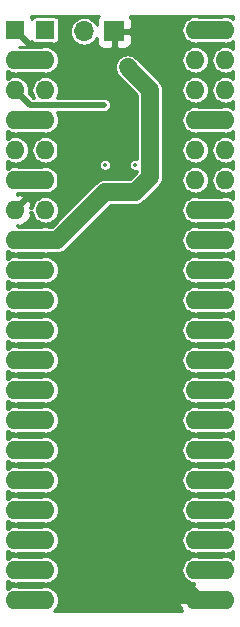
<source format=gbr>
G04 #@! TF.GenerationSoftware,KiCad,Pcbnew,(5.1.2)-1*
G04 #@! TF.CreationDate,2020-03-13T04:35:34-04:00*
G04 #@! TF.ProjectId,6502-65816,36353032-2d36-4353-9831-362e6b696361,rev?*
G04 #@! TF.SameCoordinates,Original*
G04 #@! TF.FileFunction,Copper,L1,Top*
G04 #@! TF.FilePolarity,Positive*
%FSLAX46Y46*%
G04 Gerber Fmt 4.6, Leading zero omitted, Abs format (unit mm)*
G04 Created by KiCad (PCBNEW (5.1.2)-1) date 2020-03-13 04:35:34*
%MOMM*%
%LPD*%
G04 APERTURE LIST*
%ADD10R,1.600000X1.600000*%
%ADD11O,1.600000X1.600000*%
%ADD12R,1.700000X1.700000*%
%ADD13O,1.700000X1.700000*%
%ADD14C,0.350000*%
%ADD15C,0.800000*%
%ADD16C,1.500000*%
%ADD17C,0.700000*%
%ADD18C,0.534000*%
%ADD19C,0.237000*%
G04 APERTURE END LIST*
D10*
X78740000Y-50800000D03*
D11*
X93980000Y-99060000D03*
X78740000Y-53340000D03*
X93980000Y-96520000D03*
X78740000Y-55880000D03*
X93980000Y-93980000D03*
X78740000Y-58420000D03*
X93980000Y-91440000D03*
X78740000Y-60960000D03*
X93980000Y-88900000D03*
X78740000Y-63500000D03*
X93980000Y-86360000D03*
X78740000Y-66040000D03*
X93980000Y-83820000D03*
X78740000Y-68580000D03*
X93980000Y-81280000D03*
X78740000Y-71120000D03*
X93980000Y-78740000D03*
X78740000Y-73660000D03*
X93980000Y-76200000D03*
X78740000Y-76200000D03*
X93980000Y-73660000D03*
X78740000Y-78740000D03*
X93980000Y-71120000D03*
X78740000Y-81280000D03*
X93980000Y-68580000D03*
X78740000Y-83820000D03*
X93980000Y-66040000D03*
X78740000Y-86360000D03*
X93980000Y-63500000D03*
X78740000Y-88900000D03*
X93980000Y-60960000D03*
X78740000Y-91440000D03*
X93980000Y-58420000D03*
X78740000Y-93980000D03*
X93980000Y-55880000D03*
X78740000Y-96520000D03*
X93980000Y-53340000D03*
X78740000Y-99060000D03*
X93980000Y-50800000D03*
D10*
X81280000Y-50800000D03*
D11*
X96520000Y-99060000D03*
X81280000Y-53340000D03*
X96520000Y-96520000D03*
X81280000Y-55880000D03*
X96520000Y-93980000D03*
X81280000Y-58420000D03*
X96520000Y-91440000D03*
X81280000Y-60960000D03*
X96520000Y-88900000D03*
X81280000Y-63500000D03*
X96520000Y-86360000D03*
X81280000Y-66040000D03*
X96520000Y-83820000D03*
X81280000Y-68580000D03*
X96520000Y-81280000D03*
X81280000Y-71120000D03*
X96520000Y-78740000D03*
X81280000Y-73660000D03*
X96520000Y-76200000D03*
X81280000Y-76200000D03*
X96520000Y-73660000D03*
X81280000Y-78740000D03*
X96520000Y-71120000D03*
X81280000Y-81280000D03*
X96520000Y-68580000D03*
X81280000Y-83820000D03*
X96520000Y-66040000D03*
X81280000Y-86360000D03*
X96520000Y-63500000D03*
X81280000Y-88900000D03*
X96520000Y-60960000D03*
X81280000Y-91440000D03*
X96520000Y-58420000D03*
X81280000Y-93980000D03*
X96520000Y-55880000D03*
X81280000Y-96520000D03*
X96520000Y-53340000D03*
X81280000Y-99060000D03*
X96520000Y-50800000D03*
D12*
X87122000Y-50927000D03*
D13*
X84582000Y-50927000D03*
D14*
X86360000Y-64525000D03*
X88904500Y-64520500D03*
X88582500Y-54292500D03*
X88900000Y-62230000D03*
X86360000Y-62230000D03*
D15*
X83693000Y-56007000D03*
X83058000Y-64770000D03*
X83820000Y-70485000D03*
X84328000Y-58547000D03*
D14*
X86233000Y-57150000D03*
D16*
X78740000Y-68580000D02*
X81280000Y-68580000D01*
X82305000Y-68580000D02*
X86360000Y-64525000D01*
X81280000Y-68580000D02*
X82305000Y-68580000D01*
X86360000Y-64525000D02*
X88900000Y-64525000D01*
D17*
X88904500Y-64520500D02*
X88900000Y-64525000D01*
D16*
X90170000Y-63255000D02*
X90170000Y-55880000D01*
X88904500Y-64520500D02*
X90170000Y-63255000D01*
X90170000Y-55880000D02*
X88582500Y-54292500D01*
X88582500Y-54292500D02*
X88265000Y-53975000D01*
X93980000Y-58420000D02*
X96520000Y-58420000D01*
X93980000Y-99060000D02*
X96520000Y-99060000D01*
X93980000Y-99060000D02*
X93180001Y-98260001D01*
X93180001Y-98260001D02*
X83820000Y-88900000D01*
X83820000Y-88900000D02*
X83820000Y-70485000D01*
D18*
X83693000Y-55441315D02*
X83693000Y-56007000D01*
X83693000Y-53877838D02*
X83693000Y-55441315D01*
X81882163Y-52067001D02*
X83693000Y-53877838D01*
X80007001Y-52067001D02*
X81882163Y-52067001D01*
X78740000Y-50800000D02*
X80007001Y-52067001D01*
X80012999Y-64767001D02*
X83058000Y-64770000D01*
X78740000Y-66040000D02*
X80012999Y-64767001D01*
X83058000Y-64770000D02*
X83055001Y-64767001D01*
D16*
X83058000Y-59817000D02*
X84328000Y-58547000D01*
X83058000Y-64770000D02*
X83058000Y-59817000D01*
D18*
X80007001Y-57147001D02*
X85268999Y-57147001D01*
X78740000Y-55880000D02*
X80007001Y-57147001D01*
X85268999Y-57147001D02*
X86233000Y-57150000D01*
X86233000Y-57150000D02*
X86230001Y-57147001D01*
D16*
X78740000Y-53340000D02*
X81280000Y-53340000D01*
X93980000Y-96520000D02*
X96520000Y-96520000D01*
X93980000Y-93980000D02*
X96520000Y-93980000D01*
X78740000Y-58420000D02*
X81280000Y-58420000D01*
X93980000Y-91440000D02*
X96520000Y-91440000D01*
X93980000Y-88900000D02*
X96520000Y-88900000D01*
X78740000Y-63500000D02*
X81280000Y-63500000D01*
X93980000Y-86360000D02*
X96520000Y-86360000D01*
X93980000Y-83820000D02*
X96520000Y-83820000D01*
X93980000Y-81280000D02*
X96520000Y-81280000D01*
X78740000Y-71120000D02*
X81280000Y-71120000D01*
X93980000Y-78740000D02*
X96520000Y-78740000D01*
X78740000Y-73660000D02*
X81280000Y-73660000D01*
X93980000Y-76200000D02*
X96520000Y-76200000D01*
X78740000Y-76200000D02*
X81280000Y-76200000D01*
X93980000Y-73660000D02*
X96520000Y-73660000D01*
X78740000Y-78740000D02*
X81280000Y-78740000D01*
X93980000Y-71120000D02*
X96520000Y-71120000D01*
X78740000Y-81280000D02*
X81280000Y-81280000D01*
X93980000Y-68580000D02*
X96520000Y-68580000D01*
X78740000Y-83820000D02*
X81280000Y-83820000D01*
X93980000Y-66040000D02*
X96520000Y-66040000D01*
X78740000Y-86360000D02*
X81280000Y-86360000D01*
X78740000Y-88900000D02*
X81280000Y-88900000D01*
X78740000Y-91440000D02*
X81280000Y-91440000D01*
X78740000Y-93980000D02*
X81280000Y-93980000D01*
X78740000Y-96520000D02*
X81280000Y-96520000D01*
X78740000Y-99060000D02*
X81280000Y-99060000D01*
X93980000Y-50800000D02*
X96520000Y-50800000D01*
D19*
G36*
X85748564Y-49727251D02*
G01*
X85690389Y-49836089D01*
X85654565Y-49954185D01*
X85642469Y-50077000D01*
X85643988Y-50356547D01*
X85589186Y-50254020D01*
X85438541Y-50070459D01*
X85254980Y-49919814D01*
X85045557Y-49807875D01*
X84818319Y-49738943D01*
X84641214Y-49721500D01*
X84522786Y-49721500D01*
X84345681Y-49738943D01*
X84118443Y-49807875D01*
X83909020Y-49919814D01*
X83725459Y-50070459D01*
X83574814Y-50254020D01*
X83462875Y-50463443D01*
X83393943Y-50690681D01*
X83370668Y-50927000D01*
X83393943Y-51163319D01*
X83462875Y-51390557D01*
X83574814Y-51599980D01*
X83725459Y-51783541D01*
X83909020Y-51934186D01*
X84118443Y-52046125D01*
X84345681Y-52115057D01*
X84522786Y-52132500D01*
X84641214Y-52132500D01*
X84818319Y-52115057D01*
X85045557Y-52046125D01*
X85254980Y-51934186D01*
X85438541Y-51783541D01*
X85589186Y-51599980D01*
X85643988Y-51497453D01*
X85642469Y-51777000D01*
X85654565Y-51899815D01*
X85690389Y-52017911D01*
X85748564Y-52126749D01*
X85826854Y-52222146D01*
X85922251Y-52300436D01*
X86031089Y-52358611D01*
X86149185Y-52394435D01*
X86272000Y-52406531D01*
X86829875Y-52403500D01*
X86986500Y-52246875D01*
X86986500Y-51062500D01*
X87257500Y-51062500D01*
X87257500Y-52246875D01*
X87414125Y-52403500D01*
X87972000Y-52406531D01*
X88094815Y-52394435D01*
X88212911Y-52358611D01*
X88321749Y-52300436D01*
X88417146Y-52222146D01*
X88495436Y-52126749D01*
X88553611Y-52017911D01*
X88589435Y-51899815D01*
X88601531Y-51777000D01*
X88598500Y-51219125D01*
X88441875Y-51062500D01*
X87257500Y-51062500D01*
X86986500Y-51062500D01*
X86966500Y-51062500D01*
X86966500Y-50791500D01*
X86986500Y-50791500D01*
X86986500Y-50771500D01*
X87257500Y-50771500D01*
X87257500Y-50791500D01*
X88441875Y-50791500D01*
X88598500Y-50634875D01*
X88601531Y-50077000D01*
X88589435Y-49954185D01*
X88553611Y-49836089D01*
X88495436Y-49727251D01*
X88420959Y-49636500D01*
X97175500Y-49636500D01*
X97175500Y-49843151D01*
X97165067Y-49834589D01*
X96964330Y-49727293D01*
X96746517Y-49661220D01*
X96576756Y-49644500D01*
X96463244Y-49644500D01*
X96293483Y-49661220D01*
X96183774Y-49694500D01*
X94316226Y-49694500D01*
X94206517Y-49661220D01*
X94036756Y-49644500D01*
X93923244Y-49644500D01*
X93753483Y-49661220D01*
X93535670Y-49727293D01*
X93334933Y-49834589D01*
X93158985Y-49978985D01*
X93014589Y-50154933D01*
X92907293Y-50355670D01*
X92841220Y-50573483D01*
X92818910Y-50800000D01*
X92841220Y-51026517D01*
X92907293Y-51244330D01*
X93014589Y-51445067D01*
X93158985Y-51621015D01*
X93334933Y-51765411D01*
X93535670Y-51872707D01*
X93753483Y-51938780D01*
X93923244Y-51955500D01*
X94036756Y-51955500D01*
X94206517Y-51938780D01*
X94316226Y-51905500D01*
X96183774Y-51905500D01*
X96293483Y-51938780D01*
X96463244Y-51955500D01*
X96576756Y-51955500D01*
X96746517Y-51938780D01*
X96964330Y-51872707D01*
X97165067Y-51765411D01*
X97175500Y-51756849D01*
X97175500Y-52383151D01*
X97165067Y-52374589D01*
X96964330Y-52267293D01*
X96746517Y-52201220D01*
X96576756Y-52184500D01*
X96463244Y-52184500D01*
X96293483Y-52201220D01*
X96075670Y-52267293D01*
X95874933Y-52374589D01*
X95698985Y-52518985D01*
X95554589Y-52694933D01*
X95447293Y-52895670D01*
X95381220Y-53113483D01*
X95358910Y-53340000D01*
X95381220Y-53566517D01*
X95447293Y-53784330D01*
X95554589Y-53985067D01*
X95698985Y-54161015D01*
X95874933Y-54305411D01*
X96075670Y-54412707D01*
X96293483Y-54478780D01*
X96463244Y-54495500D01*
X96576756Y-54495500D01*
X96746517Y-54478780D01*
X96964330Y-54412707D01*
X97165067Y-54305411D01*
X97175500Y-54296849D01*
X97175500Y-54923151D01*
X97165067Y-54914589D01*
X96964330Y-54807293D01*
X96746517Y-54741220D01*
X96576756Y-54724500D01*
X96463244Y-54724500D01*
X96293483Y-54741220D01*
X96075670Y-54807293D01*
X95874933Y-54914589D01*
X95698985Y-55058985D01*
X95554589Y-55234933D01*
X95447293Y-55435670D01*
X95381220Y-55653483D01*
X95358910Y-55880000D01*
X95381220Y-56106517D01*
X95447293Y-56324330D01*
X95554589Y-56525067D01*
X95698985Y-56701015D01*
X95874933Y-56845411D01*
X96075670Y-56952707D01*
X96293483Y-57018780D01*
X96463244Y-57035500D01*
X96576756Y-57035500D01*
X96746517Y-57018780D01*
X96964330Y-56952707D01*
X97165067Y-56845411D01*
X97175500Y-56836849D01*
X97175500Y-57463151D01*
X97165067Y-57454589D01*
X96964330Y-57347293D01*
X96746517Y-57281220D01*
X96576756Y-57264500D01*
X96463244Y-57264500D01*
X96293483Y-57281220D01*
X96183774Y-57314500D01*
X94316226Y-57314500D01*
X94206517Y-57281220D01*
X94036756Y-57264500D01*
X93923244Y-57264500D01*
X93753483Y-57281220D01*
X93535670Y-57347293D01*
X93334933Y-57454589D01*
X93158985Y-57598985D01*
X93014589Y-57774933D01*
X92907293Y-57975670D01*
X92841220Y-58193483D01*
X92818910Y-58420000D01*
X92841220Y-58646517D01*
X92907293Y-58864330D01*
X93014589Y-59065067D01*
X93158985Y-59241015D01*
X93334933Y-59385411D01*
X93535670Y-59492707D01*
X93753483Y-59558780D01*
X93923244Y-59575500D01*
X94036756Y-59575500D01*
X94206517Y-59558780D01*
X94316226Y-59525500D01*
X96183774Y-59525500D01*
X96293483Y-59558780D01*
X96463244Y-59575500D01*
X96576756Y-59575500D01*
X96746517Y-59558780D01*
X96964330Y-59492707D01*
X97165067Y-59385411D01*
X97175500Y-59376849D01*
X97175500Y-60003151D01*
X97165067Y-59994589D01*
X96964330Y-59887293D01*
X96746517Y-59821220D01*
X96576756Y-59804500D01*
X96463244Y-59804500D01*
X96293483Y-59821220D01*
X96075670Y-59887293D01*
X95874933Y-59994589D01*
X95698985Y-60138985D01*
X95554589Y-60314933D01*
X95447293Y-60515670D01*
X95381220Y-60733483D01*
X95358910Y-60960000D01*
X95381220Y-61186517D01*
X95447293Y-61404330D01*
X95554589Y-61605067D01*
X95698985Y-61781015D01*
X95874933Y-61925411D01*
X96075670Y-62032707D01*
X96293483Y-62098780D01*
X96463244Y-62115500D01*
X96576756Y-62115500D01*
X96746517Y-62098780D01*
X96964330Y-62032707D01*
X97165067Y-61925411D01*
X97175500Y-61916849D01*
X97175500Y-62543151D01*
X97165067Y-62534589D01*
X96964330Y-62427293D01*
X96746517Y-62361220D01*
X96576756Y-62344500D01*
X96463244Y-62344500D01*
X96293483Y-62361220D01*
X96075670Y-62427293D01*
X95874933Y-62534589D01*
X95698985Y-62678985D01*
X95554589Y-62854933D01*
X95447293Y-63055670D01*
X95381220Y-63273483D01*
X95358910Y-63500000D01*
X95381220Y-63726517D01*
X95447293Y-63944330D01*
X95554589Y-64145067D01*
X95698985Y-64321015D01*
X95874933Y-64465411D01*
X96075670Y-64572707D01*
X96293483Y-64638780D01*
X96463244Y-64655500D01*
X96576756Y-64655500D01*
X96746517Y-64638780D01*
X96964330Y-64572707D01*
X97165067Y-64465411D01*
X97175500Y-64456849D01*
X97175500Y-65083151D01*
X97165067Y-65074589D01*
X96964330Y-64967293D01*
X96746517Y-64901220D01*
X96576756Y-64884500D01*
X96463244Y-64884500D01*
X96293483Y-64901220D01*
X96183774Y-64934500D01*
X94316226Y-64934500D01*
X94206517Y-64901220D01*
X94036756Y-64884500D01*
X93923244Y-64884500D01*
X93753483Y-64901220D01*
X93535670Y-64967293D01*
X93334933Y-65074589D01*
X93158985Y-65218985D01*
X93014589Y-65394933D01*
X92907293Y-65595670D01*
X92841220Y-65813483D01*
X92818910Y-66040000D01*
X92841220Y-66266517D01*
X92907293Y-66484330D01*
X93014589Y-66685067D01*
X93158985Y-66861015D01*
X93334933Y-67005411D01*
X93535670Y-67112707D01*
X93753483Y-67178780D01*
X93923244Y-67195500D01*
X94036756Y-67195500D01*
X94206517Y-67178780D01*
X94316226Y-67145500D01*
X96183774Y-67145500D01*
X96293483Y-67178780D01*
X96463244Y-67195500D01*
X96576756Y-67195500D01*
X96746517Y-67178780D01*
X96964330Y-67112707D01*
X97165067Y-67005411D01*
X97175500Y-66996849D01*
X97175500Y-67623151D01*
X97165067Y-67614589D01*
X96964330Y-67507293D01*
X96746517Y-67441220D01*
X96576756Y-67424500D01*
X96463244Y-67424500D01*
X96293483Y-67441220D01*
X96183774Y-67474500D01*
X94316226Y-67474500D01*
X94206517Y-67441220D01*
X94036756Y-67424500D01*
X93923244Y-67424500D01*
X93753483Y-67441220D01*
X93535670Y-67507293D01*
X93334933Y-67614589D01*
X93158985Y-67758985D01*
X93014589Y-67934933D01*
X92907293Y-68135670D01*
X92841220Y-68353483D01*
X92818910Y-68580000D01*
X92841220Y-68806517D01*
X92907293Y-69024330D01*
X93014589Y-69225067D01*
X93158985Y-69401015D01*
X93334933Y-69545411D01*
X93535670Y-69652707D01*
X93753483Y-69718780D01*
X93923244Y-69735500D01*
X94036756Y-69735500D01*
X94206517Y-69718780D01*
X94316226Y-69685500D01*
X96183774Y-69685500D01*
X96293483Y-69718780D01*
X96463244Y-69735500D01*
X96576756Y-69735500D01*
X96746517Y-69718780D01*
X96964330Y-69652707D01*
X97165067Y-69545411D01*
X97175500Y-69536849D01*
X97175500Y-70163151D01*
X97165067Y-70154589D01*
X96964330Y-70047293D01*
X96746517Y-69981220D01*
X96576756Y-69964500D01*
X96463244Y-69964500D01*
X96293483Y-69981220D01*
X96183774Y-70014500D01*
X94316226Y-70014500D01*
X94206517Y-69981220D01*
X94036756Y-69964500D01*
X93923244Y-69964500D01*
X93753483Y-69981220D01*
X93535670Y-70047293D01*
X93334933Y-70154589D01*
X93158985Y-70298985D01*
X93014589Y-70474933D01*
X92907293Y-70675670D01*
X92841220Y-70893483D01*
X92818910Y-71120000D01*
X92841220Y-71346517D01*
X92907293Y-71564330D01*
X93014589Y-71765067D01*
X93158985Y-71941015D01*
X93334933Y-72085411D01*
X93535670Y-72192707D01*
X93753483Y-72258780D01*
X93923244Y-72275500D01*
X94036756Y-72275500D01*
X94206517Y-72258780D01*
X94316226Y-72225500D01*
X96183774Y-72225500D01*
X96293483Y-72258780D01*
X96463244Y-72275500D01*
X96576756Y-72275500D01*
X96746517Y-72258780D01*
X96964330Y-72192707D01*
X97165067Y-72085411D01*
X97175500Y-72076849D01*
X97175500Y-72703151D01*
X97165067Y-72694589D01*
X96964330Y-72587293D01*
X96746517Y-72521220D01*
X96576756Y-72504500D01*
X96463244Y-72504500D01*
X96293483Y-72521220D01*
X96183774Y-72554500D01*
X94316226Y-72554500D01*
X94206517Y-72521220D01*
X94036756Y-72504500D01*
X93923244Y-72504500D01*
X93753483Y-72521220D01*
X93535670Y-72587293D01*
X93334933Y-72694589D01*
X93158985Y-72838985D01*
X93014589Y-73014933D01*
X92907293Y-73215670D01*
X92841220Y-73433483D01*
X92818910Y-73660000D01*
X92841220Y-73886517D01*
X92907293Y-74104330D01*
X93014589Y-74305067D01*
X93158985Y-74481015D01*
X93334933Y-74625411D01*
X93535670Y-74732707D01*
X93753483Y-74798780D01*
X93923244Y-74815500D01*
X94036756Y-74815500D01*
X94206517Y-74798780D01*
X94316226Y-74765500D01*
X96183774Y-74765500D01*
X96293483Y-74798780D01*
X96463244Y-74815500D01*
X96576756Y-74815500D01*
X96746517Y-74798780D01*
X96964330Y-74732707D01*
X97165067Y-74625411D01*
X97175500Y-74616848D01*
X97175501Y-75243152D01*
X97165067Y-75234589D01*
X96964330Y-75127293D01*
X96746517Y-75061220D01*
X96576756Y-75044500D01*
X96463244Y-75044500D01*
X96293483Y-75061220D01*
X96183774Y-75094500D01*
X94316226Y-75094500D01*
X94206517Y-75061220D01*
X94036756Y-75044500D01*
X93923244Y-75044500D01*
X93753483Y-75061220D01*
X93535670Y-75127293D01*
X93334933Y-75234589D01*
X93158985Y-75378985D01*
X93014589Y-75554933D01*
X92907293Y-75755670D01*
X92841220Y-75973483D01*
X92818910Y-76200000D01*
X92841220Y-76426517D01*
X92907293Y-76644330D01*
X93014589Y-76845067D01*
X93158985Y-77021015D01*
X93334933Y-77165411D01*
X93535670Y-77272707D01*
X93753483Y-77338780D01*
X93923244Y-77355500D01*
X94036756Y-77355500D01*
X94206517Y-77338780D01*
X94316226Y-77305500D01*
X96183774Y-77305500D01*
X96293483Y-77338780D01*
X96463244Y-77355500D01*
X96576756Y-77355500D01*
X96746517Y-77338780D01*
X96964330Y-77272707D01*
X97165067Y-77165411D01*
X97175501Y-77156848D01*
X97175501Y-77783152D01*
X97165067Y-77774589D01*
X96964330Y-77667293D01*
X96746517Y-77601220D01*
X96576756Y-77584500D01*
X96463244Y-77584500D01*
X96293483Y-77601220D01*
X96183774Y-77634500D01*
X94316226Y-77634500D01*
X94206517Y-77601220D01*
X94036756Y-77584500D01*
X93923244Y-77584500D01*
X93753483Y-77601220D01*
X93535670Y-77667293D01*
X93334933Y-77774589D01*
X93158985Y-77918985D01*
X93014589Y-78094933D01*
X92907293Y-78295670D01*
X92841220Y-78513483D01*
X92818910Y-78740000D01*
X92841220Y-78966517D01*
X92907293Y-79184330D01*
X93014589Y-79385067D01*
X93158985Y-79561015D01*
X93334933Y-79705411D01*
X93535670Y-79812707D01*
X93753483Y-79878780D01*
X93923244Y-79895500D01*
X94036756Y-79895500D01*
X94206517Y-79878780D01*
X94316226Y-79845500D01*
X96183774Y-79845500D01*
X96293483Y-79878780D01*
X96463244Y-79895500D01*
X96576756Y-79895500D01*
X96746517Y-79878780D01*
X96964330Y-79812707D01*
X97165067Y-79705411D01*
X97175501Y-79696848D01*
X97175501Y-80323152D01*
X97165067Y-80314589D01*
X96964330Y-80207293D01*
X96746517Y-80141220D01*
X96576756Y-80124500D01*
X96463244Y-80124500D01*
X96293483Y-80141220D01*
X96183774Y-80174500D01*
X94316226Y-80174500D01*
X94206517Y-80141220D01*
X94036756Y-80124500D01*
X93923244Y-80124500D01*
X93753483Y-80141220D01*
X93535670Y-80207293D01*
X93334933Y-80314589D01*
X93158985Y-80458985D01*
X93014589Y-80634933D01*
X92907293Y-80835670D01*
X92841220Y-81053483D01*
X92818910Y-81280000D01*
X92841220Y-81506517D01*
X92907293Y-81724330D01*
X93014589Y-81925067D01*
X93158985Y-82101015D01*
X93334933Y-82245411D01*
X93535670Y-82352707D01*
X93753483Y-82418780D01*
X93923244Y-82435500D01*
X94036756Y-82435500D01*
X94206517Y-82418780D01*
X94316226Y-82385500D01*
X96183774Y-82385500D01*
X96293483Y-82418780D01*
X96463244Y-82435500D01*
X96576756Y-82435500D01*
X96746517Y-82418780D01*
X96964330Y-82352707D01*
X97165067Y-82245411D01*
X97175501Y-82236848D01*
X97175501Y-82863152D01*
X97165067Y-82854589D01*
X96964330Y-82747293D01*
X96746517Y-82681220D01*
X96576756Y-82664500D01*
X96463244Y-82664500D01*
X96293483Y-82681220D01*
X96183774Y-82714500D01*
X94316226Y-82714500D01*
X94206517Y-82681220D01*
X94036756Y-82664500D01*
X93923244Y-82664500D01*
X93753483Y-82681220D01*
X93535670Y-82747293D01*
X93334933Y-82854589D01*
X93158985Y-82998985D01*
X93014589Y-83174933D01*
X92907293Y-83375670D01*
X92841220Y-83593483D01*
X92818910Y-83820000D01*
X92841220Y-84046517D01*
X92907293Y-84264330D01*
X93014589Y-84465067D01*
X93158985Y-84641015D01*
X93334933Y-84785411D01*
X93535670Y-84892707D01*
X93753483Y-84958780D01*
X93923244Y-84975500D01*
X94036756Y-84975500D01*
X94206517Y-84958780D01*
X94316226Y-84925500D01*
X96183774Y-84925500D01*
X96293483Y-84958780D01*
X96463244Y-84975500D01*
X96576756Y-84975500D01*
X96746517Y-84958780D01*
X96964330Y-84892707D01*
X97165067Y-84785411D01*
X97175501Y-84776848D01*
X97175501Y-85403152D01*
X97165067Y-85394589D01*
X96964330Y-85287293D01*
X96746517Y-85221220D01*
X96576756Y-85204500D01*
X96463244Y-85204500D01*
X96293483Y-85221220D01*
X96183774Y-85254500D01*
X94316226Y-85254500D01*
X94206517Y-85221220D01*
X94036756Y-85204500D01*
X93923244Y-85204500D01*
X93753483Y-85221220D01*
X93535670Y-85287293D01*
X93334933Y-85394589D01*
X93158985Y-85538985D01*
X93014589Y-85714933D01*
X92907293Y-85915670D01*
X92841220Y-86133483D01*
X92818910Y-86360000D01*
X92841220Y-86586517D01*
X92907293Y-86804330D01*
X93014589Y-87005067D01*
X93158985Y-87181015D01*
X93334933Y-87325411D01*
X93535670Y-87432707D01*
X93753483Y-87498780D01*
X93923244Y-87515500D01*
X94036756Y-87515500D01*
X94206517Y-87498780D01*
X94316226Y-87465500D01*
X96183774Y-87465500D01*
X96293483Y-87498780D01*
X96463244Y-87515500D01*
X96576756Y-87515500D01*
X96746517Y-87498780D01*
X96964330Y-87432707D01*
X97165067Y-87325411D01*
X97175501Y-87316848D01*
X97175501Y-87943152D01*
X97165067Y-87934589D01*
X96964330Y-87827293D01*
X96746517Y-87761220D01*
X96576756Y-87744500D01*
X96463244Y-87744500D01*
X96293483Y-87761220D01*
X96183774Y-87794500D01*
X94316226Y-87794500D01*
X94206517Y-87761220D01*
X94036756Y-87744500D01*
X93923244Y-87744500D01*
X93753483Y-87761220D01*
X93535670Y-87827293D01*
X93334933Y-87934589D01*
X93158985Y-88078985D01*
X93014589Y-88254933D01*
X92907293Y-88455670D01*
X92841220Y-88673483D01*
X92818910Y-88900000D01*
X92841220Y-89126517D01*
X92907293Y-89344330D01*
X93014589Y-89545067D01*
X93158985Y-89721015D01*
X93334933Y-89865411D01*
X93535670Y-89972707D01*
X93753483Y-90038780D01*
X93923244Y-90055500D01*
X94036756Y-90055500D01*
X94206517Y-90038780D01*
X94316226Y-90005500D01*
X96183774Y-90005500D01*
X96293483Y-90038780D01*
X96463244Y-90055500D01*
X96576756Y-90055500D01*
X96746517Y-90038780D01*
X96964330Y-89972707D01*
X97165067Y-89865411D01*
X97175501Y-89856848D01*
X97175501Y-90483152D01*
X97165067Y-90474589D01*
X96964330Y-90367293D01*
X96746517Y-90301220D01*
X96576756Y-90284500D01*
X96463244Y-90284500D01*
X96293483Y-90301220D01*
X96183774Y-90334500D01*
X94316226Y-90334500D01*
X94206517Y-90301220D01*
X94036756Y-90284500D01*
X93923244Y-90284500D01*
X93753483Y-90301220D01*
X93535670Y-90367293D01*
X93334933Y-90474589D01*
X93158985Y-90618985D01*
X93014589Y-90794933D01*
X92907293Y-90995670D01*
X92841220Y-91213483D01*
X92818910Y-91440000D01*
X92841220Y-91666517D01*
X92907293Y-91884330D01*
X93014589Y-92085067D01*
X93158985Y-92261015D01*
X93334933Y-92405411D01*
X93535670Y-92512707D01*
X93753483Y-92578780D01*
X93923244Y-92595500D01*
X94036756Y-92595500D01*
X94206517Y-92578780D01*
X94316226Y-92545500D01*
X96183774Y-92545500D01*
X96293483Y-92578780D01*
X96463244Y-92595500D01*
X96576756Y-92595500D01*
X96746517Y-92578780D01*
X96964330Y-92512707D01*
X97165067Y-92405411D01*
X97175501Y-92396848D01*
X97175501Y-93023152D01*
X97165067Y-93014589D01*
X96964330Y-92907293D01*
X96746517Y-92841220D01*
X96576756Y-92824500D01*
X96463244Y-92824500D01*
X96293483Y-92841220D01*
X96183774Y-92874500D01*
X94316226Y-92874500D01*
X94206517Y-92841220D01*
X94036756Y-92824500D01*
X93923244Y-92824500D01*
X93753483Y-92841220D01*
X93535670Y-92907293D01*
X93334933Y-93014589D01*
X93158985Y-93158985D01*
X93014589Y-93334933D01*
X92907293Y-93535670D01*
X92841220Y-93753483D01*
X92818910Y-93980000D01*
X92841220Y-94206517D01*
X92907293Y-94424330D01*
X93014589Y-94625067D01*
X93158985Y-94801015D01*
X93334933Y-94945411D01*
X93535670Y-95052707D01*
X93753483Y-95118780D01*
X93923244Y-95135500D01*
X94036756Y-95135500D01*
X94206517Y-95118780D01*
X94316226Y-95085500D01*
X96183774Y-95085500D01*
X96293483Y-95118780D01*
X96463244Y-95135500D01*
X96576756Y-95135500D01*
X96746517Y-95118780D01*
X96964330Y-95052707D01*
X97165067Y-94945411D01*
X97175501Y-94936848D01*
X97175501Y-95563152D01*
X97165067Y-95554589D01*
X96964330Y-95447293D01*
X96746517Y-95381220D01*
X96576756Y-95364500D01*
X96463244Y-95364500D01*
X96293483Y-95381220D01*
X96183774Y-95414500D01*
X94316226Y-95414500D01*
X94206517Y-95381220D01*
X94036756Y-95364500D01*
X93923244Y-95364500D01*
X93753483Y-95381220D01*
X93535670Y-95447293D01*
X93334933Y-95554589D01*
X93158985Y-95698985D01*
X93014589Y-95874933D01*
X92907293Y-96075670D01*
X92841220Y-96293483D01*
X92818910Y-96520000D01*
X92841220Y-96746517D01*
X92907293Y-96964330D01*
X93014589Y-97165067D01*
X93158985Y-97341015D01*
X93334933Y-97485411D01*
X93535670Y-97592707D01*
X93753483Y-97658780D01*
X93844498Y-97667744D01*
X93844498Y-97796569D01*
X93624023Y-97678625D01*
X93361370Y-97774615D01*
X93122491Y-97920002D01*
X92916565Y-98109198D01*
X92751506Y-98334933D01*
X92633658Y-98588532D01*
X92598630Y-98704023D01*
X92717375Y-98924500D01*
X93844500Y-98924500D01*
X93844500Y-98904500D01*
X94115500Y-98904500D01*
X94115500Y-98924500D01*
X95242625Y-98924500D01*
X95250000Y-98910807D01*
X95257375Y-98924500D01*
X96384500Y-98924500D01*
X96384500Y-98904500D01*
X96655500Y-98904500D01*
X96655500Y-98924500D01*
X96675500Y-98924500D01*
X96675500Y-99195500D01*
X96655500Y-99195500D01*
X96655500Y-99215500D01*
X96384500Y-99215500D01*
X96384500Y-99195500D01*
X95257375Y-99195500D01*
X95250000Y-99209193D01*
X95242625Y-99195500D01*
X94115500Y-99195500D01*
X94115500Y-99215500D01*
X93844500Y-99215500D01*
X93844500Y-99195500D01*
X92717375Y-99195500D01*
X92598630Y-99415977D01*
X92633658Y-99531468D01*
X92751506Y-99785067D01*
X92886365Y-99969500D01*
X81993195Y-99969500D01*
X82101015Y-99881015D01*
X82245411Y-99705067D01*
X82352707Y-99504330D01*
X82418780Y-99286517D01*
X82441090Y-99060000D01*
X82418780Y-98833483D01*
X82352707Y-98615670D01*
X82245411Y-98414933D01*
X82101015Y-98238985D01*
X81925067Y-98094589D01*
X81724330Y-97987293D01*
X81506517Y-97921220D01*
X81336756Y-97904500D01*
X81223244Y-97904500D01*
X81053483Y-97921220D01*
X80943774Y-97954500D01*
X79076226Y-97954500D01*
X78966517Y-97921220D01*
X78796756Y-97904500D01*
X78683244Y-97904500D01*
X78513483Y-97921220D01*
X78295670Y-97987293D01*
X78094933Y-98094589D01*
X78084500Y-98103151D01*
X78084500Y-97476849D01*
X78094933Y-97485411D01*
X78295670Y-97592707D01*
X78513483Y-97658780D01*
X78683244Y-97675500D01*
X78796756Y-97675500D01*
X78966517Y-97658780D01*
X79076226Y-97625500D01*
X80943774Y-97625500D01*
X81053483Y-97658780D01*
X81223244Y-97675500D01*
X81336756Y-97675500D01*
X81506517Y-97658780D01*
X81724330Y-97592707D01*
X81925067Y-97485411D01*
X82101015Y-97341015D01*
X82245411Y-97165067D01*
X82352707Y-96964330D01*
X82418780Y-96746517D01*
X82441090Y-96520000D01*
X82418780Y-96293483D01*
X82352707Y-96075670D01*
X82245411Y-95874933D01*
X82101015Y-95698985D01*
X81925067Y-95554589D01*
X81724330Y-95447293D01*
X81506517Y-95381220D01*
X81336756Y-95364500D01*
X81223244Y-95364500D01*
X81053483Y-95381220D01*
X80943774Y-95414500D01*
X79076226Y-95414500D01*
X78966517Y-95381220D01*
X78796756Y-95364500D01*
X78683244Y-95364500D01*
X78513483Y-95381220D01*
X78295670Y-95447293D01*
X78094933Y-95554589D01*
X78084500Y-95563151D01*
X78084500Y-94936849D01*
X78094933Y-94945411D01*
X78295670Y-95052707D01*
X78513483Y-95118780D01*
X78683244Y-95135500D01*
X78796756Y-95135500D01*
X78966517Y-95118780D01*
X79076226Y-95085500D01*
X80943774Y-95085500D01*
X81053483Y-95118780D01*
X81223244Y-95135500D01*
X81336756Y-95135500D01*
X81506517Y-95118780D01*
X81724330Y-95052707D01*
X81925067Y-94945411D01*
X82101015Y-94801015D01*
X82245411Y-94625067D01*
X82352707Y-94424330D01*
X82418780Y-94206517D01*
X82441090Y-93980000D01*
X82418780Y-93753483D01*
X82352707Y-93535670D01*
X82245411Y-93334933D01*
X82101015Y-93158985D01*
X81925067Y-93014589D01*
X81724330Y-92907293D01*
X81506517Y-92841220D01*
X81336756Y-92824500D01*
X81223244Y-92824500D01*
X81053483Y-92841220D01*
X80943774Y-92874500D01*
X79076226Y-92874500D01*
X78966517Y-92841220D01*
X78796756Y-92824500D01*
X78683244Y-92824500D01*
X78513483Y-92841220D01*
X78295670Y-92907293D01*
X78094933Y-93014589D01*
X78084500Y-93023151D01*
X78084500Y-92396849D01*
X78094933Y-92405411D01*
X78295670Y-92512707D01*
X78513483Y-92578780D01*
X78683244Y-92595500D01*
X78796756Y-92595500D01*
X78966517Y-92578780D01*
X79076226Y-92545500D01*
X80943774Y-92545500D01*
X81053483Y-92578780D01*
X81223244Y-92595500D01*
X81336756Y-92595500D01*
X81506517Y-92578780D01*
X81724330Y-92512707D01*
X81925067Y-92405411D01*
X82101015Y-92261015D01*
X82245411Y-92085067D01*
X82352707Y-91884330D01*
X82418780Y-91666517D01*
X82441090Y-91440000D01*
X82418780Y-91213483D01*
X82352707Y-90995670D01*
X82245411Y-90794933D01*
X82101015Y-90618985D01*
X81925067Y-90474589D01*
X81724330Y-90367293D01*
X81506517Y-90301220D01*
X81336756Y-90284500D01*
X81223244Y-90284500D01*
X81053483Y-90301220D01*
X80943774Y-90334500D01*
X79076226Y-90334500D01*
X78966517Y-90301220D01*
X78796756Y-90284500D01*
X78683244Y-90284500D01*
X78513483Y-90301220D01*
X78295670Y-90367293D01*
X78094933Y-90474589D01*
X78084500Y-90483151D01*
X78084500Y-89856849D01*
X78094933Y-89865411D01*
X78295670Y-89972707D01*
X78513483Y-90038780D01*
X78683244Y-90055500D01*
X78796756Y-90055500D01*
X78966517Y-90038780D01*
X79076226Y-90005500D01*
X80943774Y-90005500D01*
X81053483Y-90038780D01*
X81223244Y-90055500D01*
X81336756Y-90055500D01*
X81506517Y-90038780D01*
X81724330Y-89972707D01*
X81925067Y-89865411D01*
X82101015Y-89721015D01*
X82245411Y-89545067D01*
X82352707Y-89344330D01*
X82418780Y-89126517D01*
X82441090Y-88900000D01*
X82418780Y-88673483D01*
X82352707Y-88455670D01*
X82245411Y-88254933D01*
X82101015Y-88078985D01*
X81925067Y-87934589D01*
X81724330Y-87827293D01*
X81506517Y-87761220D01*
X81336756Y-87744500D01*
X81223244Y-87744500D01*
X81053483Y-87761220D01*
X80943774Y-87794500D01*
X79076226Y-87794500D01*
X78966517Y-87761220D01*
X78796756Y-87744500D01*
X78683244Y-87744500D01*
X78513483Y-87761220D01*
X78295670Y-87827293D01*
X78094933Y-87934589D01*
X78084500Y-87943151D01*
X78084500Y-87316849D01*
X78094933Y-87325411D01*
X78295670Y-87432707D01*
X78513483Y-87498780D01*
X78683244Y-87515500D01*
X78796756Y-87515500D01*
X78966517Y-87498780D01*
X79076226Y-87465500D01*
X80943774Y-87465500D01*
X81053483Y-87498780D01*
X81223244Y-87515500D01*
X81336756Y-87515500D01*
X81506517Y-87498780D01*
X81724330Y-87432707D01*
X81925067Y-87325411D01*
X82101015Y-87181015D01*
X82245411Y-87005067D01*
X82352707Y-86804330D01*
X82418780Y-86586517D01*
X82441090Y-86360000D01*
X82418780Y-86133483D01*
X82352707Y-85915670D01*
X82245411Y-85714933D01*
X82101015Y-85538985D01*
X81925067Y-85394589D01*
X81724330Y-85287293D01*
X81506517Y-85221220D01*
X81336756Y-85204500D01*
X81223244Y-85204500D01*
X81053483Y-85221220D01*
X80943774Y-85254500D01*
X79076226Y-85254500D01*
X78966517Y-85221220D01*
X78796756Y-85204500D01*
X78683244Y-85204500D01*
X78513483Y-85221220D01*
X78295670Y-85287293D01*
X78094933Y-85394589D01*
X78084500Y-85403151D01*
X78084500Y-84776849D01*
X78094933Y-84785411D01*
X78295670Y-84892707D01*
X78513483Y-84958780D01*
X78683244Y-84975500D01*
X78796756Y-84975500D01*
X78966517Y-84958780D01*
X79076226Y-84925500D01*
X80943774Y-84925500D01*
X81053483Y-84958780D01*
X81223244Y-84975500D01*
X81336756Y-84975500D01*
X81506517Y-84958780D01*
X81724330Y-84892707D01*
X81925067Y-84785411D01*
X82101015Y-84641015D01*
X82245411Y-84465067D01*
X82352707Y-84264330D01*
X82418780Y-84046517D01*
X82441090Y-83820000D01*
X82418780Y-83593483D01*
X82352707Y-83375670D01*
X82245411Y-83174933D01*
X82101015Y-82998985D01*
X81925067Y-82854589D01*
X81724330Y-82747293D01*
X81506517Y-82681220D01*
X81336756Y-82664500D01*
X81223244Y-82664500D01*
X81053483Y-82681220D01*
X80943774Y-82714500D01*
X79076226Y-82714500D01*
X78966517Y-82681220D01*
X78796756Y-82664500D01*
X78683244Y-82664500D01*
X78513483Y-82681220D01*
X78295670Y-82747293D01*
X78094933Y-82854589D01*
X78084500Y-82863151D01*
X78084500Y-82236849D01*
X78094933Y-82245411D01*
X78295670Y-82352707D01*
X78513483Y-82418780D01*
X78683244Y-82435500D01*
X78796756Y-82435500D01*
X78966517Y-82418780D01*
X79076226Y-82385500D01*
X80943774Y-82385500D01*
X81053483Y-82418780D01*
X81223244Y-82435500D01*
X81336756Y-82435500D01*
X81506517Y-82418780D01*
X81724330Y-82352707D01*
X81925067Y-82245411D01*
X82101015Y-82101015D01*
X82245411Y-81925067D01*
X82352707Y-81724330D01*
X82418780Y-81506517D01*
X82441090Y-81280000D01*
X82418780Y-81053483D01*
X82352707Y-80835670D01*
X82245411Y-80634933D01*
X82101015Y-80458985D01*
X81925067Y-80314589D01*
X81724330Y-80207293D01*
X81506517Y-80141220D01*
X81336756Y-80124500D01*
X81223244Y-80124500D01*
X81053483Y-80141220D01*
X80943774Y-80174500D01*
X79076226Y-80174500D01*
X78966517Y-80141220D01*
X78796756Y-80124500D01*
X78683244Y-80124500D01*
X78513483Y-80141220D01*
X78295670Y-80207293D01*
X78094933Y-80314589D01*
X78084500Y-80323151D01*
X78084500Y-79696849D01*
X78094933Y-79705411D01*
X78295670Y-79812707D01*
X78513483Y-79878780D01*
X78683244Y-79895500D01*
X78796756Y-79895500D01*
X78966517Y-79878780D01*
X79076226Y-79845500D01*
X80943774Y-79845500D01*
X81053483Y-79878780D01*
X81223244Y-79895500D01*
X81336756Y-79895500D01*
X81506517Y-79878780D01*
X81724330Y-79812707D01*
X81925067Y-79705411D01*
X82101015Y-79561015D01*
X82245411Y-79385067D01*
X82352707Y-79184330D01*
X82418780Y-78966517D01*
X82441090Y-78740000D01*
X82418780Y-78513483D01*
X82352707Y-78295670D01*
X82245411Y-78094933D01*
X82101015Y-77918985D01*
X81925067Y-77774589D01*
X81724330Y-77667293D01*
X81506517Y-77601220D01*
X81336756Y-77584500D01*
X81223244Y-77584500D01*
X81053483Y-77601220D01*
X80943774Y-77634500D01*
X79076226Y-77634500D01*
X78966517Y-77601220D01*
X78796756Y-77584500D01*
X78683244Y-77584500D01*
X78513483Y-77601220D01*
X78295670Y-77667293D01*
X78094933Y-77774589D01*
X78084500Y-77783151D01*
X78084500Y-77156849D01*
X78094933Y-77165411D01*
X78295670Y-77272707D01*
X78513483Y-77338780D01*
X78683244Y-77355500D01*
X78796756Y-77355500D01*
X78966517Y-77338780D01*
X79076226Y-77305500D01*
X80943774Y-77305500D01*
X81053483Y-77338780D01*
X81223244Y-77355500D01*
X81336756Y-77355500D01*
X81506517Y-77338780D01*
X81724330Y-77272707D01*
X81925067Y-77165411D01*
X82101015Y-77021015D01*
X82245411Y-76845067D01*
X82352707Y-76644330D01*
X82418780Y-76426517D01*
X82441090Y-76200000D01*
X82418780Y-75973483D01*
X82352707Y-75755670D01*
X82245411Y-75554933D01*
X82101015Y-75378985D01*
X81925067Y-75234589D01*
X81724330Y-75127293D01*
X81506517Y-75061220D01*
X81336756Y-75044500D01*
X81223244Y-75044500D01*
X81053483Y-75061220D01*
X80943774Y-75094500D01*
X79076226Y-75094500D01*
X78966517Y-75061220D01*
X78796756Y-75044500D01*
X78683244Y-75044500D01*
X78513483Y-75061220D01*
X78295670Y-75127293D01*
X78094933Y-75234589D01*
X78084500Y-75243151D01*
X78084500Y-74616849D01*
X78094933Y-74625411D01*
X78295670Y-74732707D01*
X78513483Y-74798780D01*
X78683244Y-74815500D01*
X78796756Y-74815500D01*
X78966517Y-74798780D01*
X79076226Y-74765500D01*
X80943774Y-74765500D01*
X81053483Y-74798780D01*
X81223244Y-74815500D01*
X81336756Y-74815500D01*
X81506517Y-74798780D01*
X81724330Y-74732707D01*
X81925067Y-74625411D01*
X82101015Y-74481015D01*
X82245411Y-74305067D01*
X82352707Y-74104330D01*
X82418780Y-73886517D01*
X82441090Y-73660000D01*
X82418780Y-73433483D01*
X82352707Y-73215670D01*
X82245411Y-73014933D01*
X82101015Y-72838985D01*
X81925067Y-72694589D01*
X81724330Y-72587293D01*
X81506517Y-72521220D01*
X81336756Y-72504500D01*
X81223244Y-72504500D01*
X81053483Y-72521220D01*
X80943774Y-72554500D01*
X79076226Y-72554500D01*
X78966517Y-72521220D01*
X78796756Y-72504500D01*
X78683244Y-72504500D01*
X78513483Y-72521220D01*
X78295670Y-72587293D01*
X78094933Y-72694589D01*
X78084500Y-72703151D01*
X78084500Y-72076849D01*
X78094933Y-72085411D01*
X78295670Y-72192707D01*
X78513483Y-72258780D01*
X78683244Y-72275500D01*
X78796756Y-72275500D01*
X78966517Y-72258780D01*
X79076226Y-72225500D01*
X80943774Y-72225500D01*
X81053483Y-72258780D01*
X81223244Y-72275500D01*
X81336756Y-72275500D01*
X81506517Y-72258780D01*
X81724330Y-72192707D01*
X81925067Y-72085411D01*
X82101015Y-71941015D01*
X82245411Y-71765067D01*
X82352707Y-71564330D01*
X82418780Y-71346517D01*
X82441090Y-71120000D01*
X82418780Y-70893483D01*
X82352707Y-70675670D01*
X82245411Y-70474933D01*
X82101015Y-70298985D01*
X81925067Y-70154589D01*
X81724330Y-70047293D01*
X81506517Y-69981220D01*
X81336756Y-69964500D01*
X81223244Y-69964500D01*
X81053483Y-69981220D01*
X80943774Y-70014500D01*
X79076226Y-70014500D01*
X78966517Y-69981220D01*
X78796756Y-69964500D01*
X78683244Y-69964500D01*
X78513483Y-69981220D01*
X78295670Y-70047293D01*
X78094933Y-70154589D01*
X78084500Y-70163151D01*
X78084500Y-69536849D01*
X78094933Y-69545411D01*
X78295670Y-69652707D01*
X78513483Y-69718780D01*
X78683244Y-69735500D01*
X78796756Y-69735500D01*
X78966517Y-69718780D01*
X79076226Y-69685500D01*
X80943774Y-69685500D01*
X81053483Y-69718780D01*
X81223244Y-69735500D01*
X81336756Y-69735500D01*
X81506517Y-69718780D01*
X81616226Y-69685500D01*
X82250692Y-69685500D01*
X82305000Y-69690849D01*
X82359308Y-69685500D01*
X82521716Y-69669504D01*
X82730104Y-69606291D01*
X82922155Y-69503637D01*
X83090489Y-69365489D01*
X83125115Y-69323297D01*
X86817913Y-65630500D01*
X88895880Y-65630500D01*
X88904500Y-65631349D01*
X88913120Y-65630500D01*
X88954308Y-65630500D01*
X89116716Y-65614504D01*
X89325104Y-65551291D01*
X89517155Y-65448637D01*
X89685489Y-65310489D01*
X89720115Y-65268297D01*
X90913302Y-64075111D01*
X90955489Y-64040489D01*
X91093637Y-63872155D01*
X91196291Y-63680104D01*
X91250924Y-63500000D01*
X92818910Y-63500000D01*
X92841220Y-63726517D01*
X92907293Y-63944330D01*
X93014589Y-64145067D01*
X93158985Y-64321015D01*
X93334933Y-64465411D01*
X93535670Y-64572707D01*
X93753483Y-64638780D01*
X93923244Y-64655500D01*
X94036756Y-64655500D01*
X94206517Y-64638780D01*
X94424330Y-64572707D01*
X94625067Y-64465411D01*
X94801015Y-64321015D01*
X94945411Y-64145067D01*
X95052707Y-63944330D01*
X95118780Y-63726517D01*
X95141090Y-63500000D01*
X95118780Y-63273483D01*
X95052707Y-63055670D01*
X94945411Y-62854933D01*
X94801015Y-62678985D01*
X94625067Y-62534589D01*
X94424330Y-62427293D01*
X94206517Y-62361220D01*
X94036756Y-62344500D01*
X93923244Y-62344500D01*
X93753483Y-62361220D01*
X93535670Y-62427293D01*
X93334933Y-62534589D01*
X93158985Y-62678985D01*
X93014589Y-62854933D01*
X92907293Y-63055670D01*
X92841220Y-63273483D01*
X92818910Y-63500000D01*
X91250924Y-63500000D01*
X91259504Y-63471716D01*
X91275500Y-63309308D01*
X91275500Y-63309307D01*
X91280849Y-63255001D01*
X91275500Y-63200693D01*
X91275500Y-60960000D01*
X92818910Y-60960000D01*
X92841220Y-61186517D01*
X92907293Y-61404330D01*
X93014589Y-61605067D01*
X93158985Y-61781015D01*
X93334933Y-61925411D01*
X93535670Y-62032707D01*
X93753483Y-62098780D01*
X93923244Y-62115500D01*
X94036756Y-62115500D01*
X94206517Y-62098780D01*
X94424330Y-62032707D01*
X94625067Y-61925411D01*
X94801015Y-61781015D01*
X94945411Y-61605067D01*
X95052707Y-61404330D01*
X95118780Y-61186517D01*
X95141090Y-60960000D01*
X95118780Y-60733483D01*
X95052707Y-60515670D01*
X94945411Y-60314933D01*
X94801015Y-60138985D01*
X94625067Y-59994589D01*
X94424330Y-59887293D01*
X94206517Y-59821220D01*
X94036756Y-59804500D01*
X93923244Y-59804500D01*
X93753483Y-59821220D01*
X93535670Y-59887293D01*
X93334933Y-59994589D01*
X93158985Y-60138985D01*
X93014589Y-60314933D01*
X92907293Y-60515670D01*
X92841220Y-60733483D01*
X92818910Y-60960000D01*
X91275500Y-60960000D01*
X91275500Y-55934307D01*
X91280848Y-55880000D01*
X92818910Y-55880000D01*
X92841220Y-56106517D01*
X92907293Y-56324330D01*
X93014589Y-56525067D01*
X93158985Y-56701015D01*
X93334933Y-56845411D01*
X93535670Y-56952707D01*
X93753483Y-57018780D01*
X93923244Y-57035500D01*
X94036756Y-57035500D01*
X94206517Y-57018780D01*
X94424330Y-56952707D01*
X94625067Y-56845411D01*
X94801015Y-56701015D01*
X94945411Y-56525067D01*
X95052707Y-56324330D01*
X95118780Y-56106517D01*
X95141090Y-55880000D01*
X95118780Y-55653483D01*
X95052707Y-55435670D01*
X94945411Y-55234933D01*
X94801015Y-55058985D01*
X94625067Y-54914589D01*
X94424330Y-54807293D01*
X94206517Y-54741220D01*
X94036756Y-54724500D01*
X93923244Y-54724500D01*
X93753483Y-54741220D01*
X93535670Y-54807293D01*
X93334933Y-54914589D01*
X93158985Y-55058985D01*
X93014589Y-55234933D01*
X92907293Y-55435670D01*
X92841220Y-55653483D01*
X92818910Y-55880000D01*
X91280848Y-55880000D01*
X91280849Y-55879999D01*
X91259504Y-55663284D01*
X91196291Y-55454896D01*
X91186014Y-55435670D01*
X91093637Y-55262845D01*
X90955489Y-55094511D01*
X90913307Y-55059893D01*
X89325804Y-53472392D01*
X89193412Y-53340000D01*
X92818910Y-53340000D01*
X92841220Y-53566517D01*
X92907293Y-53784330D01*
X93014589Y-53985067D01*
X93158985Y-54161015D01*
X93334933Y-54305411D01*
X93535670Y-54412707D01*
X93753483Y-54478780D01*
X93923244Y-54495500D01*
X94036756Y-54495500D01*
X94206517Y-54478780D01*
X94424330Y-54412707D01*
X94625067Y-54305411D01*
X94801015Y-54161015D01*
X94945411Y-53985067D01*
X95052707Y-53784330D01*
X95118780Y-53566517D01*
X95141090Y-53340000D01*
X95118780Y-53113483D01*
X95052707Y-52895670D01*
X94945411Y-52694933D01*
X94801015Y-52518985D01*
X94625067Y-52374589D01*
X94424330Y-52267293D01*
X94206517Y-52201220D01*
X94036756Y-52184500D01*
X93923244Y-52184500D01*
X93753483Y-52201220D01*
X93535670Y-52267293D01*
X93334933Y-52374589D01*
X93158985Y-52518985D01*
X93014589Y-52694933D01*
X92907293Y-52895670D01*
X92841220Y-53113483D01*
X92818910Y-53340000D01*
X89193412Y-53340000D01*
X89008304Y-53154892D01*
X88882154Y-53051363D01*
X88690103Y-52948709D01*
X88481715Y-52885496D01*
X88265000Y-52864151D01*
X88048285Y-52885496D01*
X87839897Y-52948709D01*
X87647846Y-53051363D01*
X87479512Y-53189512D01*
X87341363Y-53357846D01*
X87238709Y-53549897D01*
X87175496Y-53758285D01*
X87154151Y-53975000D01*
X87175496Y-54191715D01*
X87238709Y-54400103D01*
X87341363Y-54592154D01*
X87444892Y-54718304D01*
X87762392Y-55035804D01*
X89064501Y-56337914D01*
X89064500Y-61723929D01*
X89054741Y-61719887D01*
X88952250Y-61699500D01*
X88847750Y-61699500D01*
X88745259Y-61719887D01*
X88648714Y-61759877D01*
X88561826Y-61817934D01*
X88487934Y-61891826D01*
X88429877Y-61978714D01*
X88389887Y-62075259D01*
X88369500Y-62177750D01*
X88369500Y-62282250D01*
X88389887Y-62384741D01*
X88429877Y-62481286D01*
X88487934Y-62568174D01*
X88561826Y-62642066D01*
X88648714Y-62700123D01*
X88745259Y-62740113D01*
X88847750Y-62760500D01*
X88952250Y-62760500D01*
X89054741Y-62740113D01*
X89064500Y-62736071D01*
X89064500Y-62797087D01*
X88442088Y-63419500D01*
X86414308Y-63419500D01*
X86360000Y-63414151D01*
X86305692Y-63419500D01*
X86143284Y-63435496D01*
X85934896Y-63498709D01*
X85742845Y-63601363D01*
X85574511Y-63739511D01*
X85539889Y-63781698D01*
X81847088Y-67474500D01*
X81616226Y-67474500D01*
X81506517Y-67441220D01*
X81336756Y-67424500D01*
X81223244Y-67424500D01*
X81053483Y-67441220D01*
X80943774Y-67474500D01*
X79076226Y-67474500D01*
X78966517Y-67441220D01*
X78875502Y-67432256D01*
X78875502Y-67303431D01*
X79095977Y-67421375D01*
X79358630Y-67325385D01*
X79597509Y-67179998D01*
X79803435Y-66990802D01*
X79968494Y-66765067D01*
X80086342Y-66511468D01*
X80121370Y-66395977D01*
X80002626Y-66175502D01*
X80132256Y-66175502D01*
X80141220Y-66266517D01*
X80207293Y-66484330D01*
X80314589Y-66685067D01*
X80458985Y-66861015D01*
X80634933Y-67005411D01*
X80835670Y-67112707D01*
X81053483Y-67178780D01*
X81223244Y-67195500D01*
X81336756Y-67195500D01*
X81506517Y-67178780D01*
X81724330Y-67112707D01*
X81925067Y-67005411D01*
X82101015Y-66861015D01*
X82245411Y-66685067D01*
X82352707Y-66484330D01*
X82418780Y-66266517D01*
X82441090Y-66040000D01*
X82418780Y-65813483D01*
X82352707Y-65595670D01*
X82245411Y-65394933D01*
X82101015Y-65218985D01*
X81925067Y-65074589D01*
X81724330Y-64967293D01*
X81506517Y-64901220D01*
X81336756Y-64884500D01*
X81223244Y-64884500D01*
X81053483Y-64901220D01*
X80835670Y-64967293D01*
X80634933Y-65074589D01*
X80458985Y-65218985D01*
X80314589Y-65394933D01*
X80207293Y-65595670D01*
X80141220Y-65813483D01*
X80132256Y-65904498D01*
X80002626Y-65904498D01*
X80121370Y-65684023D01*
X80086342Y-65568532D01*
X79968494Y-65314933D01*
X79803435Y-65089198D01*
X79597509Y-64900002D01*
X79358630Y-64754615D01*
X79095977Y-64658625D01*
X78875502Y-64776569D01*
X78875502Y-64647744D01*
X78966517Y-64638780D01*
X79076226Y-64605500D01*
X80943774Y-64605500D01*
X81053483Y-64638780D01*
X81223244Y-64655500D01*
X81336756Y-64655500D01*
X81506517Y-64638780D01*
X81724330Y-64572707D01*
X81925067Y-64465411D01*
X82101015Y-64321015D01*
X82245411Y-64145067D01*
X82352707Y-63944330D01*
X82418780Y-63726517D01*
X82441090Y-63500000D01*
X82418780Y-63273483D01*
X82352707Y-63055670D01*
X82245411Y-62854933D01*
X82101015Y-62678985D01*
X81925067Y-62534589D01*
X81724330Y-62427293D01*
X81506517Y-62361220D01*
X81336756Y-62344500D01*
X81223244Y-62344500D01*
X81053483Y-62361220D01*
X80943774Y-62394500D01*
X79076226Y-62394500D01*
X78966517Y-62361220D01*
X78796756Y-62344500D01*
X78683244Y-62344500D01*
X78513483Y-62361220D01*
X78295670Y-62427293D01*
X78094933Y-62534589D01*
X78084500Y-62543151D01*
X78084500Y-62177750D01*
X85829500Y-62177750D01*
X85829500Y-62282250D01*
X85849887Y-62384741D01*
X85889877Y-62481286D01*
X85947934Y-62568174D01*
X86021826Y-62642066D01*
X86108714Y-62700123D01*
X86205259Y-62740113D01*
X86307750Y-62760500D01*
X86412250Y-62760500D01*
X86514741Y-62740113D01*
X86611286Y-62700123D01*
X86698174Y-62642066D01*
X86772066Y-62568174D01*
X86830123Y-62481286D01*
X86870113Y-62384741D01*
X86890500Y-62282250D01*
X86890500Y-62177750D01*
X86870113Y-62075259D01*
X86830123Y-61978714D01*
X86772066Y-61891826D01*
X86698174Y-61817934D01*
X86611286Y-61759877D01*
X86514741Y-61719887D01*
X86412250Y-61699500D01*
X86307750Y-61699500D01*
X86205259Y-61719887D01*
X86108714Y-61759877D01*
X86021826Y-61817934D01*
X85947934Y-61891826D01*
X85889877Y-61978714D01*
X85849887Y-62075259D01*
X85829500Y-62177750D01*
X78084500Y-62177750D01*
X78084500Y-61916849D01*
X78094933Y-61925411D01*
X78295670Y-62032707D01*
X78513483Y-62098780D01*
X78683244Y-62115500D01*
X78796756Y-62115500D01*
X78966517Y-62098780D01*
X79184330Y-62032707D01*
X79385067Y-61925411D01*
X79561015Y-61781015D01*
X79705411Y-61605067D01*
X79812707Y-61404330D01*
X79878780Y-61186517D01*
X79901090Y-60960000D01*
X80118910Y-60960000D01*
X80141220Y-61186517D01*
X80207293Y-61404330D01*
X80314589Y-61605067D01*
X80458985Y-61781015D01*
X80634933Y-61925411D01*
X80835670Y-62032707D01*
X81053483Y-62098780D01*
X81223244Y-62115500D01*
X81336756Y-62115500D01*
X81506517Y-62098780D01*
X81724330Y-62032707D01*
X81925067Y-61925411D01*
X82101015Y-61781015D01*
X82245411Y-61605067D01*
X82352707Y-61404330D01*
X82418780Y-61186517D01*
X82441090Y-60960000D01*
X82418780Y-60733483D01*
X82352707Y-60515670D01*
X82245411Y-60314933D01*
X82101015Y-60138985D01*
X81925067Y-59994589D01*
X81724330Y-59887293D01*
X81506517Y-59821220D01*
X81336756Y-59804500D01*
X81223244Y-59804500D01*
X81053483Y-59821220D01*
X80835670Y-59887293D01*
X80634933Y-59994589D01*
X80458985Y-60138985D01*
X80314589Y-60314933D01*
X80207293Y-60515670D01*
X80141220Y-60733483D01*
X80118910Y-60960000D01*
X79901090Y-60960000D01*
X79878780Y-60733483D01*
X79812707Y-60515670D01*
X79705411Y-60314933D01*
X79561015Y-60138985D01*
X79385067Y-59994589D01*
X79184330Y-59887293D01*
X78966517Y-59821220D01*
X78796756Y-59804500D01*
X78683244Y-59804500D01*
X78513483Y-59821220D01*
X78295670Y-59887293D01*
X78094933Y-59994589D01*
X78084500Y-60003151D01*
X78084500Y-59376849D01*
X78094933Y-59385411D01*
X78295670Y-59492707D01*
X78513483Y-59558780D01*
X78683244Y-59575500D01*
X78796756Y-59575500D01*
X78966517Y-59558780D01*
X79076226Y-59525500D01*
X80943774Y-59525500D01*
X81053483Y-59558780D01*
X81223244Y-59575500D01*
X81336756Y-59575500D01*
X81506517Y-59558780D01*
X81724330Y-59492707D01*
X81925067Y-59385411D01*
X82101015Y-59241015D01*
X82245411Y-59065067D01*
X82352707Y-58864330D01*
X82418780Y-58646517D01*
X82441090Y-58420000D01*
X82418780Y-58193483D01*
X82352707Y-57975670D01*
X82245411Y-57774933D01*
X82240953Y-57769501D01*
X85268297Y-57769501D01*
X86201453Y-57772405D01*
X86232999Y-57775512D01*
X86292974Y-57769604D01*
X86353122Y-57763869D01*
X86354060Y-57763587D01*
X86355030Y-57763492D01*
X86412657Y-57746011D01*
X86470574Y-57728639D01*
X86471438Y-57728181D01*
X86472373Y-57727897D01*
X86525484Y-57699508D01*
X86578896Y-57671172D01*
X86579656Y-57670552D01*
X86580515Y-57670093D01*
X86626963Y-57631974D01*
X86673926Y-57593677D01*
X86674551Y-57592920D01*
X86675303Y-57592303D01*
X86713393Y-57545890D01*
X86752010Y-57499132D01*
X86752476Y-57498267D01*
X86753093Y-57497515D01*
X86781463Y-57444440D01*
X86810150Y-57391169D01*
X86810437Y-57390234D01*
X86810897Y-57389373D01*
X86828374Y-57331757D01*
X86846110Y-57273938D01*
X86846209Y-57272962D01*
X86846492Y-57272030D01*
X86852397Y-57212084D01*
X86858509Y-57151945D01*
X86858416Y-57150972D01*
X86858512Y-57149999D01*
X86852617Y-57090147D01*
X86846870Y-57029879D01*
X86846587Y-57028937D01*
X86846492Y-57027969D01*
X86829074Y-56970548D01*
X86811640Y-56912426D01*
X86811179Y-56911558D01*
X86810897Y-56910627D01*
X86782540Y-56857574D01*
X86754172Y-56804104D01*
X86753554Y-56803346D01*
X86753093Y-56802484D01*
X86714889Y-56755932D01*
X86676678Y-56709075D01*
X86652233Y-56688886D01*
X86648550Y-56685203D01*
X86577517Y-56626907D01*
X86469374Y-56569104D01*
X86352032Y-56533509D01*
X86230001Y-56521489D01*
X86170957Y-56527305D01*
X85300548Y-56524596D01*
X85299580Y-56524501D01*
X85269921Y-56524501D01*
X85240355Y-56524409D01*
X85239390Y-56524501D01*
X82245714Y-56524501D01*
X82352707Y-56324330D01*
X82418780Y-56106517D01*
X82441090Y-55880000D01*
X82418780Y-55653483D01*
X82352707Y-55435670D01*
X82245411Y-55234933D01*
X82101015Y-55058985D01*
X81925067Y-54914589D01*
X81724330Y-54807293D01*
X81506517Y-54741220D01*
X81336756Y-54724500D01*
X81223244Y-54724500D01*
X81053483Y-54741220D01*
X80835670Y-54807293D01*
X80634933Y-54914589D01*
X80458985Y-55058985D01*
X80314589Y-55234933D01*
X80207293Y-55435670D01*
X80141220Y-55653483D01*
X80118910Y-55880000D01*
X80141220Y-56106517D01*
X80207293Y-56324330D01*
X80314286Y-56524501D01*
X80264849Y-56524501D01*
X79871352Y-56131004D01*
X79878780Y-56106517D01*
X79901090Y-55880000D01*
X79878780Y-55653483D01*
X79812707Y-55435670D01*
X79705411Y-55234933D01*
X79561015Y-55058985D01*
X79385067Y-54914589D01*
X79184330Y-54807293D01*
X78966517Y-54741220D01*
X78796756Y-54724500D01*
X78683244Y-54724500D01*
X78513483Y-54741220D01*
X78295670Y-54807293D01*
X78094933Y-54914589D01*
X78084500Y-54923151D01*
X78084500Y-54296849D01*
X78094933Y-54305411D01*
X78295670Y-54412707D01*
X78513483Y-54478780D01*
X78683244Y-54495500D01*
X78796756Y-54495500D01*
X78966517Y-54478780D01*
X79076226Y-54445500D01*
X80943774Y-54445500D01*
X81053483Y-54478780D01*
X81223244Y-54495500D01*
X81336756Y-54495500D01*
X81506517Y-54478780D01*
X81724330Y-54412707D01*
X81925067Y-54305411D01*
X82101015Y-54161015D01*
X82245411Y-53985067D01*
X82352707Y-53784330D01*
X82418780Y-53566517D01*
X82441090Y-53340000D01*
X82418780Y-53113483D01*
X82352707Y-52895670D01*
X82245411Y-52694933D01*
X82101015Y-52518985D01*
X81925067Y-52374589D01*
X81724330Y-52267293D01*
X81506517Y-52201220D01*
X81336756Y-52184500D01*
X81223244Y-52184500D01*
X81053483Y-52201220D01*
X80943774Y-52234500D01*
X79076226Y-52234500D01*
X79050210Y-52226608D01*
X79540000Y-52229531D01*
X79662815Y-52217435D01*
X79780911Y-52181611D01*
X79889749Y-52123436D01*
X79985146Y-52045146D01*
X80063436Y-51949749D01*
X80121611Y-51840911D01*
X80152046Y-51740582D01*
X80182982Y-51798461D01*
X80227407Y-51852593D01*
X80281539Y-51897018D01*
X80343298Y-51930028D01*
X80410310Y-51950356D01*
X80480000Y-51957220D01*
X82080000Y-51957220D01*
X82149690Y-51950356D01*
X82216702Y-51930028D01*
X82278461Y-51897018D01*
X82332593Y-51852593D01*
X82377018Y-51798461D01*
X82410028Y-51736702D01*
X82430356Y-51669690D01*
X82437220Y-51600000D01*
X82437220Y-50000000D01*
X82430356Y-49930310D01*
X82410028Y-49863298D01*
X82377018Y-49801539D01*
X82332593Y-49747407D01*
X82278461Y-49702982D01*
X82216702Y-49669972D01*
X82149690Y-49649644D01*
X82080000Y-49642780D01*
X80480000Y-49642780D01*
X80410310Y-49649644D01*
X80343298Y-49669972D01*
X80281539Y-49702982D01*
X80227407Y-49747407D01*
X80182982Y-49801539D01*
X80152046Y-49859418D01*
X80121611Y-49759089D01*
X80063436Y-49650251D01*
X80052151Y-49636500D01*
X85823041Y-49636500D01*
X85748564Y-49727251D01*
X85748564Y-49727251D01*
G37*
X85748564Y-49727251D02*
X85690389Y-49836089D01*
X85654565Y-49954185D01*
X85642469Y-50077000D01*
X85643988Y-50356547D01*
X85589186Y-50254020D01*
X85438541Y-50070459D01*
X85254980Y-49919814D01*
X85045557Y-49807875D01*
X84818319Y-49738943D01*
X84641214Y-49721500D01*
X84522786Y-49721500D01*
X84345681Y-49738943D01*
X84118443Y-49807875D01*
X83909020Y-49919814D01*
X83725459Y-50070459D01*
X83574814Y-50254020D01*
X83462875Y-50463443D01*
X83393943Y-50690681D01*
X83370668Y-50927000D01*
X83393943Y-51163319D01*
X83462875Y-51390557D01*
X83574814Y-51599980D01*
X83725459Y-51783541D01*
X83909020Y-51934186D01*
X84118443Y-52046125D01*
X84345681Y-52115057D01*
X84522786Y-52132500D01*
X84641214Y-52132500D01*
X84818319Y-52115057D01*
X85045557Y-52046125D01*
X85254980Y-51934186D01*
X85438541Y-51783541D01*
X85589186Y-51599980D01*
X85643988Y-51497453D01*
X85642469Y-51777000D01*
X85654565Y-51899815D01*
X85690389Y-52017911D01*
X85748564Y-52126749D01*
X85826854Y-52222146D01*
X85922251Y-52300436D01*
X86031089Y-52358611D01*
X86149185Y-52394435D01*
X86272000Y-52406531D01*
X86829875Y-52403500D01*
X86986500Y-52246875D01*
X86986500Y-51062500D01*
X87257500Y-51062500D01*
X87257500Y-52246875D01*
X87414125Y-52403500D01*
X87972000Y-52406531D01*
X88094815Y-52394435D01*
X88212911Y-52358611D01*
X88321749Y-52300436D01*
X88417146Y-52222146D01*
X88495436Y-52126749D01*
X88553611Y-52017911D01*
X88589435Y-51899815D01*
X88601531Y-51777000D01*
X88598500Y-51219125D01*
X88441875Y-51062500D01*
X87257500Y-51062500D01*
X86986500Y-51062500D01*
X86966500Y-51062500D01*
X86966500Y-50791500D01*
X86986500Y-50791500D01*
X86986500Y-50771500D01*
X87257500Y-50771500D01*
X87257500Y-50791500D01*
X88441875Y-50791500D01*
X88598500Y-50634875D01*
X88601531Y-50077000D01*
X88589435Y-49954185D01*
X88553611Y-49836089D01*
X88495436Y-49727251D01*
X88420959Y-49636500D01*
X97175500Y-49636500D01*
X97175500Y-49843151D01*
X97165067Y-49834589D01*
X96964330Y-49727293D01*
X96746517Y-49661220D01*
X96576756Y-49644500D01*
X96463244Y-49644500D01*
X96293483Y-49661220D01*
X96183774Y-49694500D01*
X94316226Y-49694500D01*
X94206517Y-49661220D01*
X94036756Y-49644500D01*
X93923244Y-49644500D01*
X93753483Y-49661220D01*
X93535670Y-49727293D01*
X93334933Y-49834589D01*
X93158985Y-49978985D01*
X93014589Y-50154933D01*
X92907293Y-50355670D01*
X92841220Y-50573483D01*
X92818910Y-50800000D01*
X92841220Y-51026517D01*
X92907293Y-51244330D01*
X93014589Y-51445067D01*
X93158985Y-51621015D01*
X93334933Y-51765411D01*
X93535670Y-51872707D01*
X93753483Y-51938780D01*
X93923244Y-51955500D01*
X94036756Y-51955500D01*
X94206517Y-51938780D01*
X94316226Y-51905500D01*
X96183774Y-51905500D01*
X96293483Y-51938780D01*
X96463244Y-51955500D01*
X96576756Y-51955500D01*
X96746517Y-51938780D01*
X96964330Y-51872707D01*
X97165067Y-51765411D01*
X97175500Y-51756849D01*
X97175500Y-52383151D01*
X97165067Y-52374589D01*
X96964330Y-52267293D01*
X96746517Y-52201220D01*
X96576756Y-52184500D01*
X96463244Y-52184500D01*
X96293483Y-52201220D01*
X96075670Y-52267293D01*
X95874933Y-52374589D01*
X95698985Y-52518985D01*
X95554589Y-52694933D01*
X95447293Y-52895670D01*
X95381220Y-53113483D01*
X95358910Y-53340000D01*
X95381220Y-53566517D01*
X95447293Y-53784330D01*
X95554589Y-53985067D01*
X95698985Y-54161015D01*
X95874933Y-54305411D01*
X96075670Y-54412707D01*
X96293483Y-54478780D01*
X96463244Y-54495500D01*
X96576756Y-54495500D01*
X96746517Y-54478780D01*
X96964330Y-54412707D01*
X97165067Y-54305411D01*
X97175500Y-54296849D01*
X97175500Y-54923151D01*
X97165067Y-54914589D01*
X96964330Y-54807293D01*
X96746517Y-54741220D01*
X96576756Y-54724500D01*
X96463244Y-54724500D01*
X96293483Y-54741220D01*
X96075670Y-54807293D01*
X95874933Y-54914589D01*
X95698985Y-55058985D01*
X95554589Y-55234933D01*
X95447293Y-55435670D01*
X95381220Y-55653483D01*
X95358910Y-55880000D01*
X95381220Y-56106517D01*
X95447293Y-56324330D01*
X95554589Y-56525067D01*
X95698985Y-56701015D01*
X95874933Y-56845411D01*
X96075670Y-56952707D01*
X96293483Y-57018780D01*
X96463244Y-57035500D01*
X96576756Y-57035500D01*
X96746517Y-57018780D01*
X96964330Y-56952707D01*
X97165067Y-56845411D01*
X97175500Y-56836849D01*
X97175500Y-57463151D01*
X97165067Y-57454589D01*
X96964330Y-57347293D01*
X96746517Y-57281220D01*
X96576756Y-57264500D01*
X96463244Y-57264500D01*
X96293483Y-57281220D01*
X96183774Y-57314500D01*
X94316226Y-57314500D01*
X94206517Y-57281220D01*
X94036756Y-57264500D01*
X93923244Y-57264500D01*
X93753483Y-57281220D01*
X93535670Y-57347293D01*
X93334933Y-57454589D01*
X93158985Y-57598985D01*
X93014589Y-57774933D01*
X92907293Y-57975670D01*
X92841220Y-58193483D01*
X92818910Y-58420000D01*
X92841220Y-58646517D01*
X92907293Y-58864330D01*
X93014589Y-59065067D01*
X93158985Y-59241015D01*
X93334933Y-59385411D01*
X93535670Y-59492707D01*
X93753483Y-59558780D01*
X93923244Y-59575500D01*
X94036756Y-59575500D01*
X94206517Y-59558780D01*
X94316226Y-59525500D01*
X96183774Y-59525500D01*
X96293483Y-59558780D01*
X96463244Y-59575500D01*
X96576756Y-59575500D01*
X96746517Y-59558780D01*
X96964330Y-59492707D01*
X97165067Y-59385411D01*
X97175500Y-59376849D01*
X97175500Y-60003151D01*
X97165067Y-59994589D01*
X96964330Y-59887293D01*
X96746517Y-59821220D01*
X96576756Y-59804500D01*
X96463244Y-59804500D01*
X96293483Y-59821220D01*
X96075670Y-59887293D01*
X95874933Y-59994589D01*
X95698985Y-60138985D01*
X95554589Y-60314933D01*
X95447293Y-60515670D01*
X95381220Y-60733483D01*
X95358910Y-60960000D01*
X95381220Y-61186517D01*
X95447293Y-61404330D01*
X95554589Y-61605067D01*
X95698985Y-61781015D01*
X95874933Y-61925411D01*
X96075670Y-62032707D01*
X96293483Y-62098780D01*
X96463244Y-62115500D01*
X96576756Y-62115500D01*
X96746517Y-62098780D01*
X96964330Y-62032707D01*
X97165067Y-61925411D01*
X97175500Y-61916849D01*
X97175500Y-62543151D01*
X97165067Y-62534589D01*
X96964330Y-62427293D01*
X96746517Y-62361220D01*
X96576756Y-62344500D01*
X96463244Y-62344500D01*
X96293483Y-62361220D01*
X96075670Y-62427293D01*
X95874933Y-62534589D01*
X95698985Y-62678985D01*
X95554589Y-62854933D01*
X95447293Y-63055670D01*
X95381220Y-63273483D01*
X95358910Y-63500000D01*
X95381220Y-63726517D01*
X95447293Y-63944330D01*
X95554589Y-64145067D01*
X95698985Y-64321015D01*
X95874933Y-64465411D01*
X96075670Y-64572707D01*
X96293483Y-64638780D01*
X96463244Y-64655500D01*
X96576756Y-64655500D01*
X96746517Y-64638780D01*
X96964330Y-64572707D01*
X97165067Y-64465411D01*
X97175500Y-64456849D01*
X97175500Y-65083151D01*
X97165067Y-65074589D01*
X96964330Y-64967293D01*
X96746517Y-64901220D01*
X96576756Y-64884500D01*
X96463244Y-64884500D01*
X96293483Y-64901220D01*
X96183774Y-64934500D01*
X94316226Y-64934500D01*
X94206517Y-64901220D01*
X94036756Y-64884500D01*
X93923244Y-64884500D01*
X93753483Y-64901220D01*
X93535670Y-64967293D01*
X93334933Y-65074589D01*
X93158985Y-65218985D01*
X93014589Y-65394933D01*
X92907293Y-65595670D01*
X92841220Y-65813483D01*
X92818910Y-66040000D01*
X92841220Y-66266517D01*
X92907293Y-66484330D01*
X93014589Y-66685067D01*
X93158985Y-66861015D01*
X93334933Y-67005411D01*
X93535670Y-67112707D01*
X93753483Y-67178780D01*
X93923244Y-67195500D01*
X94036756Y-67195500D01*
X94206517Y-67178780D01*
X94316226Y-67145500D01*
X96183774Y-67145500D01*
X96293483Y-67178780D01*
X96463244Y-67195500D01*
X96576756Y-67195500D01*
X96746517Y-67178780D01*
X96964330Y-67112707D01*
X97165067Y-67005411D01*
X97175500Y-66996849D01*
X97175500Y-67623151D01*
X97165067Y-67614589D01*
X96964330Y-67507293D01*
X96746517Y-67441220D01*
X96576756Y-67424500D01*
X96463244Y-67424500D01*
X96293483Y-67441220D01*
X96183774Y-67474500D01*
X94316226Y-67474500D01*
X94206517Y-67441220D01*
X94036756Y-67424500D01*
X93923244Y-67424500D01*
X93753483Y-67441220D01*
X93535670Y-67507293D01*
X93334933Y-67614589D01*
X93158985Y-67758985D01*
X93014589Y-67934933D01*
X92907293Y-68135670D01*
X92841220Y-68353483D01*
X92818910Y-68580000D01*
X92841220Y-68806517D01*
X92907293Y-69024330D01*
X93014589Y-69225067D01*
X93158985Y-69401015D01*
X93334933Y-69545411D01*
X93535670Y-69652707D01*
X93753483Y-69718780D01*
X93923244Y-69735500D01*
X94036756Y-69735500D01*
X94206517Y-69718780D01*
X94316226Y-69685500D01*
X96183774Y-69685500D01*
X96293483Y-69718780D01*
X96463244Y-69735500D01*
X96576756Y-69735500D01*
X96746517Y-69718780D01*
X96964330Y-69652707D01*
X97165067Y-69545411D01*
X97175500Y-69536849D01*
X97175500Y-70163151D01*
X97165067Y-70154589D01*
X96964330Y-70047293D01*
X96746517Y-69981220D01*
X96576756Y-69964500D01*
X96463244Y-69964500D01*
X96293483Y-69981220D01*
X96183774Y-70014500D01*
X94316226Y-70014500D01*
X94206517Y-69981220D01*
X94036756Y-69964500D01*
X93923244Y-69964500D01*
X93753483Y-69981220D01*
X93535670Y-70047293D01*
X93334933Y-70154589D01*
X93158985Y-70298985D01*
X93014589Y-70474933D01*
X92907293Y-70675670D01*
X92841220Y-70893483D01*
X92818910Y-71120000D01*
X92841220Y-71346517D01*
X92907293Y-71564330D01*
X93014589Y-71765067D01*
X93158985Y-71941015D01*
X93334933Y-72085411D01*
X93535670Y-72192707D01*
X93753483Y-72258780D01*
X93923244Y-72275500D01*
X94036756Y-72275500D01*
X94206517Y-72258780D01*
X94316226Y-72225500D01*
X96183774Y-72225500D01*
X96293483Y-72258780D01*
X96463244Y-72275500D01*
X96576756Y-72275500D01*
X96746517Y-72258780D01*
X96964330Y-72192707D01*
X97165067Y-72085411D01*
X97175500Y-72076849D01*
X97175500Y-72703151D01*
X97165067Y-72694589D01*
X96964330Y-72587293D01*
X96746517Y-72521220D01*
X96576756Y-72504500D01*
X96463244Y-72504500D01*
X96293483Y-72521220D01*
X96183774Y-72554500D01*
X94316226Y-72554500D01*
X94206517Y-72521220D01*
X94036756Y-72504500D01*
X93923244Y-72504500D01*
X93753483Y-72521220D01*
X93535670Y-72587293D01*
X93334933Y-72694589D01*
X93158985Y-72838985D01*
X93014589Y-73014933D01*
X92907293Y-73215670D01*
X92841220Y-73433483D01*
X92818910Y-73660000D01*
X92841220Y-73886517D01*
X92907293Y-74104330D01*
X93014589Y-74305067D01*
X93158985Y-74481015D01*
X93334933Y-74625411D01*
X93535670Y-74732707D01*
X93753483Y-74798780D01*
X93923244Y-74815500D01*
X94036756Y-74815500D01*
X94206517Y-74798780D01*
X94316226Y-74765500D01*
X96183774Y-74765500D01*
X96293483Y-74798780D01*
X96463244Y-74815500D01*
X96576756Y-74815500D01*
X96746517Y-74798780D01*
X96964330Y-74732707D01*
X97165067Y-74625411D01*
X97175500Y-74616848D01*
X97175501Y-75243152D01*
X97165067Y-75234589D01*
X96964330Y-75127293D01*
X96746517Y-75061220D01*
X96576756Y-75044500D01*
X96463244Y-75044500D01*
X96293483Y-75061220D01*
X96183774Y-75094500D01*
X94316226Y-75094500D01*
X94206517Y-75061220D01*
X94036756Y-75044500D01*
X93923244Y-75044500D01*
X93753483Y-75061220D01*
X93535670Y-75127293D01*
X93334933Y-75234589D01*
X93158985Y-75378985D01*
X93014589Y-75554933D01*
X92907293Y-75755670D01*
X92841220Y-75973483D01*
X92818910Y-76200000D01*
X92841220Y-76426517D01*
X92907293Y-76644330D01*
X93014589Y-76845067D01*
X93158985Y-77021015D01*
X93334933Y-77165411D01*
X93535670Y-77272707D01*
X93753483Y-77338780D01*
X93923244Y-77355500D01*
X94036756Y-77355500D01*
X94206517Y-77338780D01*
X94316226Y-77305500D01*
X96183774Y-77305500D01*
X96293483Y-77338780D01*
X96463244Y-77355500D01*
X96576756Y-77355500D01*
X96746517Y-77338780D01*
X96964330Y-77272707D01*
X97165067Y-77165411D01*
X97175501Y-77156848D01*
X97175501Y-77783152D01*
X97165067Y-77774589D01*
X96964330Y-77667293D01*
X96746517Y-77601220D01*
X96576756Y-77584500D01*
X96463244Y-77584500D01*
X96293483Y-77601220D01*
X96183774Y-77634500D01*
X94316226Y-77634500D01*
X94206517Y-77601220D01*
X94036756Y-77584500D01*
X93923244Y-77584500D01*
X93753483Y-77601220D01*
X93535670Y-77667293D01*
X93334933Y-77774589D01*
X93158985Y-77918985D01*
X93014589Y-78094933D01*
X92907293Y-78295670D01*
X92841220Y-78513483D01*
X92818910Y-78740000D01*
X92841220Y-78966517D01*
X92907293Y-79184330D01*
X93014589Y-79385067D01*
X93158985Y-79561015D01*
X93334933Y-79705411D01*
X93535670Y-79812707D01*
X93753483Y-79878780D01*
X93923244Y-79895500D01*
X94036756Y-79895500D01*
X94206517Y-79878780D01*
X94316226Y-79845500D01*
X96183774Y-79845500D01*
X96293483Y-79878780D01*
X96463244Y-79895500D01*
X96576756Y-79895500D01*
X96746517Y-79878780D01*
X96964330Y-79812707D01*
X97165067Y-79705411D01*
X97175501Y-79696848D01*
X97175501Y-80323152D01*
X97165067Y-80314589D01*
X96964330Y-80207293D01*
X96746517Y-80141220D01*
X96576756Y-80124500D01*
X96463244Y-80124500D01*
X96293483Y-80141220D01*
X96183774Y-80174500D01*
X94316226Y-80174500D01*
X94206517Y-80141220D01*
X94036756Y-80124500D01*
X93923244Y-80124500D01*
X93753483Y-80141220D01*
X93535670Y-80207293D01*
X93334933Y-80314589D01*
X93158985Y-80458985D01*
X93014589Y-80634933D01*
X92907293Y-80835670D01*
X92841220Y-81053483D01*
X92818910Y-81280000D01*
X92841220Y-81506517D01*
X92907293Y-81724330D01*
X93014589Y-81925067D01*
X93158985Y-82101015D01*
X93334933Y-82245411D01*
X93535670Y-82352707D01*
X93753483Y-82418780D01*
X93923244Y-82435500D01*
X94036756Y-82435500D01*
X94206517Y-82418780D01*
X94316226Y-82385500D01*
X96183774Y-82385500D01*
X96293483Y-82418780D01*
X96463244Y-82435500D01*
X96576756Y-82435500D01*
X96746517Y-82418780D01*
X96964330Y-82352707D01*
X97165067Y-82245411D01*
X97175501Y-82236848D01*
X97175501Y-82863152D01*
X97165067Y-82854589D01*
X96964330Y-82747293D01*
X96746517Y-82681220D01*
X96576756Y-82664500D01*
X96463244Y-82664500D01*
X96293483Y-82681220D01*
X96183774Y-82714500D01*
X94316226Y-82714500D01*
X94206517Y-82681220D01*
X94036756Y-82664500D01*
X93923244Y-82664500D01*
X93753483Y-82681220D01*
X93535670Y-82747293D01*
X93334933Y-82854589D01*
X93158985Y-82998985D01*
X93014589Y-83174933D01*
X92907293Y-83375670D01*
X92841220Y-83593483D01*
X92818910Y-83820000D01*
X92841220Y-84046517D01*
X92907293Y-84264330D01*
X93014589Y-84465067D01*
X93158985Y-84641015D01*
X93334933Y-84785411D01*
X93535670Y-84892707D01*
X93753483Y-84958780D01*
X93923244Y-84975500D01*
X94036756Y-84975500D01*
X94206517Y-84958780D01*
X94316226Y-84925500D01*
X96183774Y-84925500D01*
X96293483Y-84958780D01*
X96463244Y-84975500D01*
X96576756Y-84975500D01*
X96746517Y-84958780D01*
X96964330Y-84892707D01*
X97165067Y-84785411D01*
X97175501Y-84776848D01*
X97175501Y-85403152D01*
X97165067Y-85394589D01*
X96964330Y-85287293D01*
X96746517Y-85221220D01*
X96576756Y-85204500D01*
X96463244Y-85204500D01*
X96293483Y-85221220D01*
X96183774Y-85254500D01*
X94316226Y-85254500D01*
X94206517Y-85221220D01*
X94036756Y-85204500D01*
X93923244Y-85204500D01*
X93753483Y-85221220D01*
X93535670Y-85287293D01*
X93334933Y-85394589D01*
X93158985Y-85538985D01*
X93014589Y-85714933D01*
X92907293Y-85915670D01*
X92841220Y-86133483D01*
X92818910Y-86360000D01*
X92841220Y-86586517D01*
X92907293Y-86804330D01*
X93014589Y-87005067D01*
X93158985Y-87181015D01*
X93334933Y-87325411D01*
X93535670Y-87432707D01*
X93753483Y-87498780D01*
X93923244Y-87515500D01*
X94036756Y-87515500D01*
X94206517Y-87498780D01*
X94316226Y-87465500D01*
X96183774Y-87465500D01*
X96293483Y-87498780D01*
X96463244Y-87515500D01*
X96576756Y-87515500D01*
X96746517Y-87498780D01*
X96964330Y-87432707D01*
X97165067Y-87325411D01*
X97175501Y-87316848D01*
X97175501Y-87943152D01*
X97165067Y-87934589D01*
X96964330Y-87827293D01*
X96746517Y-87761220D01*
X96576756Y-87744500D01*
X96463244Y-87744500D01*
X96293483Y-87761220D01*
X96183774Y-87794500D01*
X94316226Y-87794500D01*
X94206517Y-87761220D01*
X94036756Y-87744500D01*
X93923244Y-87744500D01*
X93753483Y-87761220D01*
X93535670Y-87827293D01*
X93334933Y-87934589D01*
X93158985Y-88078985D01*
X93014589Y-88254933D01*
X92907293Y-88455670D01*
X92841220Y-88673483D01*
X92818910Y-88900000D01*
X92841220Y-89126517D01*
X92907293Y-89344330D01*
X93014589Y-89545067D01*
X93158985Y-89721015D01*
X93334933Y-89865411D01*
X93535670Y-89972707D01*
X93753483Y-90038780D01*
X93923244Y-90055500D01*
X94036756Y-90055500D01*
X94206517Y-90038780D01*
X94316226Y-90005500D01*
X96183774Y-90005500D01*
X96293483Y-90038780D01*
X96463244Y-90055500D01*
X96576756Y-90055500D01*
X96746517Y-90038780D01*
X96964330Y-89972707D01*
X97165067Y-89865411D01*
X97175501Y-89856848D01*
X97175501Y-90483152D01*
X97165067Y-90474589D01*
X96964330Y-90367293D01*
X96746517Y-90301220D01*
X96576756Y-90284500D01*
X96463244Y-90284500D01*
X96293483Y-90301220D01*
X96183774Y-90334500D01*
X94316226Y-90334500D01*
X94206517Y-90301220D01*
X94036756Y-90284500D01*
X93923244Y-90284500D01*
X93753483Y-90301220D01*
X93535670Y-90367293D01*
X93334933Y-90474589D01*
X93158985Y-90618985D01*
X93014589Y-90794933D01*
X92907293Y-90995670D01*
X92841220Y-91213483D01*
X92818910Y-91440000D01*
X92841220Y-91666517D01*
X92907293Y-91884330D01*
X93014589Y-92085067D01*
X93158985Y-92261015D01*
X93334933Y-92405411D01*
X93535670Y-92512707D01*
X93753483Y-92578780D01*
X93923244Y-92595500D01*
X94036756Y-92595500D01*
X94206517Y-92578780D01*
X94316226Y-92545500D01*
X96183774Y-92545500D01*
X96293483Y-92578780D01*
X96463244Y-92595500D01*
X96576756Y-92595500D01*
X96746517Y-92578780D01*
X96964330Y-92512707D01*
X97165067Y-92405411D01*
X97175501Y-92396848D01*
X97175501Y-93023152D01*
X97165067Y-93014589D01*
X96964330Y-92907293D01*
X96746517Y-92841220D01*
X96576756Y-92824500D01*
X96463244Y-92824500D01*
X96293483Y-92841220D01*
X96183774Y-92874500D01*
X94316226Y-92874500D01*
X94206517Y-92841220D01*
X94036756Y-92824500D01*
X93923244Y-92824500D01*
X93753483Y-92841220D01*
X93535670Y-92907293D01*
X93334933Y-93014589D01*
X93158985Y-93158985D01*
X93014589Y-93334933D01*
X92907293Y-93535670D01*
X92841220Y-93753483D01*
X92818910Y-93980000D01*
X92841220Y-94206517D01*
X92907293Y-94424330D01*
X93014589Y-94625067D01*
X93158985Y-94801015D01*
X93334933Y-94945411D01*
X93535670Y-95052707D01*
X93753483Y-95118780D01*
X93923244Y-95135500D01*
X94036756Y-95135500D01*
X94206517Y-95118780D01*
X94316226Y-95085500D01*
X96183774Y-95085500D01*
X96293483Y-95118780D01*
X96463244Y-95135500D01*
X96576756Y-95135500D01*
X96746517Y-95118780D01*
X96964330Y-95052707D01*
X97165067Y-94945411D01*
X97175501Y-94936848D01*
X97175501Y-95563152D01*
X97165067Y-95554589D01*
X96964330Y-95447293D01*
X96746517Y-95381220D01*
X96576756Y-95364500D01*
X96463244Y-95364500D01*
X96293483Y-95381220D01*
X96183774Y-95414500D01*
X94316226Y-95414500D01*
X94206517Y-95381220D01*
X94036756Y-95364500D01*
X93923244Y-95364500D01*
X93753483Y-95381220D01*
X93535670Y-95447293D01*
X93334933Y-95554589D01*
X93158985Y-95698985D01*
X93014589Y-95874933D01*
X92907293Y-96075670D01*
X92841220Y-96293483D01*
X92818910Y-96520000D01*
X92841220Y-96746517D01*
X92907293Y-96964330D01*
X93014589Y-97165067D01*
X93158985Y-97341015D01*
X93334933Y-97485411D01*
X93535670Y-97592707D01*
X93753483Y-97658780D01*
X93844498Y-97667744D01*
X93844498Y-97796569D01*
X93624023Y-97678625D01*
X93361370Y-97774615D01*
X93122491Y-97920002D01*
X92916565Y-98109198D01*
X92751506Y-98334933D01*
X92633658Y-98588532D01*
X92598630Y-98704023D01*
X92717375Y-98924500D01*
X93844500Y-98924500D01*
X93844500Y-98904500D01*
X94115500Y-98904500D01*
X94115500Y-98924500D01*
X95242625Y-98924500D01*
X95250000Y-98910807D01*
X95257375Y-98924500D01*
X96384500Y-98924500D01*
X96384500Y-98904500D01*
X96655500Y-98904500D01*
X96655500Y-98924500D01*
X96675500Y-98924500D01*
X96675500Y-99195500D01*
X96655500Y-99195500D01*
X96655500Y-99215500D01*
X96384500Y-99215500D01*
X96384500Y-99195500D01*
X95257375Y-99195500D01*
X95250000Y-99209193D01*
X95242625Y-99195500D01*
X94115500Y-99195500D01*
X94115500Y-99215500D01*
X93844500Y-99215500D01*
X93844500Y-99195500D01*
X92717375Y-99195500D01*
X92598630Y-99415977D01*
X92633658Y-99531468D01*
X92751506Y-99785067D01*
X92886365Y-99969500D01*
X81993195Y-99969500D01*
X82101015Y-99881015D01*
X82245411Y-99705067D01*
X82352707Y-99504330D01*
X82418780Y-99286517D01*
X82441090Y-99060000D01*
X82418780Y-98833483D01*
X82352707Y-98615670D01*
X82245411Y-98414933D01*
X82101015Y-98238985D01*
X81925067Y-98094589D01*
X81724330Y-97987293D01*
X81506517Y-97921220D01*
X81336756Y-97904500D01*
X81223244Y-97904500D01*
X81053483Y-97921220D01*
X80943774Y-97954500D01*
X79076226Y-97954500D01*
X78966517Y-97921220D01*
X78796756Y-97904500D01*
X78683244Y-97904500D01*
X78513483Y-97921220D01*
X78295670Y-97987293D01*
X78094933Y-98094589D01*
X78084500Y-98103151D01*
X78084500Y-97476849D01*
X78094933Y-97485411D01*
X78295670Y-97592707D01*
X78513483Y-97658780D01*
X78683244Y-97675500D01*
X78796756Y-97675500D01*
X78966517Y-97658780D01*
X79076226Y-97625500D01*
X80943774Y-97625500D01*
X81053483Y-97658780D01*
X81223244Y-97675500D01*
X81336756Y-97675500D01*
X81506517Y-97658780D01*
X81724330Y-97592707D01*
X81925067Y-97485411D01*
X82101015Y-97341015D01*
X82245411Y-97165067D01*
X82352707Y-96964330D01*
X82418780Y-96746517D01*
X82441090Y-96520000D01*
X82418780Y-96293483D01*
X82352707Y-96075670D01*
X82245411Y-95874933D01*
X82101015Y-95698985D01*
X81925067Y-95554589D01*
X81724330Y-95447293D01*
X81506517Y-95381220D01*
X81336756Y-95364500D01*
X81223244Y-95364500D01*
X81053483Y-95381220D01*
X80943774Y-95414500D01*
X79076226Y-95414500D01*
X78966517Y-95381220D01*
X78796756Y-95364500D01*
X78683244Y-95364500D01*
X78513483Y-95381220D01*
X78295670Y-95447293D01*
X78094933Y-95554589D01*
X78084500Y-95563151D01*
X78084500Y-94936849D01*
X78094933Y-94945411D01*
X78295670Y-95052707D01*
X78513483Y-95118780D01*
X78683244Y-95135500D01*
X78796756Y-95135500D01*
X78966517Y-95118780D01*
X79076226Y-95085500D01*
X80943774Y-95085500D01*
X81053483Y-95118780D01*
X81223244Y-95135500D01*
X81336756Y-95135500D01*
X81506517Y-95118780D01*
X81724330Y-95052707D01*
X81925067Y-94945411D01*
X82101015Y-94801015D01*
X82245411Y-94625067D01*
X82352707Y-94424330D01*
X82418780Y-94206517D01*
X82441090Y-93980000D01*
X82418780Y-93753483D01*
X82352707Y-93535670D01*
X82245411Y-93334933D01*
X82101015Y-93158985D01*
X81925067Y-93014589D01*
X81724330Y-92907293D01*
X81506517Y-92841220D01*
X81336756Y-92824500D01*
X81223244Y-92824500D01*
X81053483Y-92841220D01*
X80943774Y-92874500D01*
X79076226Y-92874500D01*
X78966517Y-92841220D01*
X78796756Y-92824500D01*
X78683244Y-92824500D01*
X78513483Y-92841220D01*
X78295670Y-92907293D01*
X78094933Y-93014589D01*
X78084500Y-93023151D01*
X78084500Y-92396849D01*
X78094933Y-92405411D01*
X78295670Y-92512707D01*
X78513483Y-92578780D01*
X78683244Y-92595500D01*
X78796756Y-92595500D01*
X78966517Y-92578780D01*
X79076226Y-92545500D01*
X80943774Y-92545500D01*
X81053483Y-92578780D01*
X81223244Y-92595500D01*
X81336756Y-92595500D01*
X81506517Y-92578780D01*
X81724330Y-92512707D01*
X81925067Y-92405411D01*
X82101015Y-92261015D01*
X82245411Y-92085067D01*
X82352707Y-91884330D01*
X82418780Y-91666517D01*
X82441090Y-91440000D01*
X82418780Y-91213483D01*
X82352707Y-90995670D01*
X82245411Y-90794933D01*
X82101015Y-90618985D01*
X81925067Y-90474589D01*
X81724330Y-90367293D01*
X81506517Y-90301220D01*
X81336756Y-90284500D01*
X81223244Y-90284500D01*
X81053483Y-90301220D01*
X80943774Y-90334500D01*
X79076226Y-90334500D01*
X78966517Y-90301220D01*
X78796756Y-90284500D01*
X78683244Y-90284500D01*
X78513483Y-90301220D01*
X78295670Y-90367293D01*
X78094933Y-90474589D01*
X78084500Y-90483151D01*
X78084500Y-89856849D01*
X78094933Y-89865411D01*
X78295670Y-89972707D01*
X78513483Y-90038780D01*
X78683244Y-90055500D01*
X78796756Y-90055500D01*
X78966517Y-90038780D01*
X79076226Y-90005500D01*
X80943774Y-90005500D01*
X81053483Y-90038780D01*
X81223244Y-90055500D01*
X81336756Y-90055500D01*
X81506517Y-90038780D01*
X81724330Y-89972707D01*
X81925067Y-89865411D01*
X82101015Y-89721015D01*
X82245411Y-89545067D01*
X82352707Y-89344330D01*
X82418780Y-89126517D01*
X82441090Y-88900000D01*
X82418780Y-88673483D01*
X82352707Y-88455670D01*
X82245411Y-88254933D01*
X82101015Y-88078985D01*
X81925067Y-87934589D01*
X81724330Y-87827293D01*
X81506517Y-87761220D01*
X81336756Y-87744500D01*
X81223244Y-87744500D01*
X81053483Y-87761220D01*
X80943774Y-87794500D01*
X79076226Y-87794500D01*
X78966517Y-87761220D01*
X78796756Y-87744500D01*
X78683244Y-87744500D01*
X78513483Y-87761220D01*
X78295670Y-87827293D01*
X78094933Y-87934589D01*
X78084500Y-87943151D01*
X78084500Y-87316849D01*
X78094933Y-87325411D01*
X78295670Y-87432707D01*
X78513483Y-87498780D01*
X78683244Y-87515500D01*
X78796756Y-87515500D01*
X78966517Y-87498780D01*
X79076226Y-87465500D01*
X80943774Y-87465500D01*
X81053483Y-87498780D01*
X81223244Y-87515500D01*
X81336756Y-87515500D01*
X81506517Y-87498780D01*
X81724330Y-87432707D01*
X81925067Y-87325411D01*
X82101015Y-87181015D01*
X82245411Y-87005067D01*
X82352707Y-86804330D01*
X82418780Y-86586517D01*
X82441090Y-86360000D01*
X82418780Y-86133483D01*
X82352707Y-85915670D01*
X82245411Y-85714933D01*
X82101015Y-85538985D01*
X81925067Y-85394589D01*
X81724330Y-85287293D01*
X81506517Y-85221220D01*
X81336756Y-85204500D01*
X81223244Y-85204500D01*
X81053483Y-85221220D01*
X80943774Y-85254500D01*
X79076226Y-85254500D01*
X78966517Y-85221220D01*
X78796756Y-85204500D01*
X78683244Y-85204500D01*
X78513483Y-85221220D01*
X78295670Y-85287293D01*
X78094933Y-85394589D01*
X78084500Y-85403151D01*
X78084500Y-84776849D01*
X78094933Y-84785411D01*
X78295670Y-84892707D01*
X78513483Y-84958780D01*
X78683244Y-84975500D01*
X78796756Y-84975500D01*
X78966517Y-84958780D01*
X79076226Y-84925500D01*
X80943774Y-84925500D01*
X81053483Y-84958780D01*
X81223244Y-84975500D01*
X81336756Y-84975500D01*
X81506517Y-84958780D01*
X81724330Y-84892707D01*
X81925067Y-84785411D01*
X82101015Y-84641015D01*
X82245411Y-84465067D01*
X82352707Y-84264330D01*
X82418780Y-84046517D01*
X82441090Y-83820000D01*
X82418780Y-83593483D01*
X82352707Y-83375670D01*
X82245411Y-83174933D01*
X82101015Y-82998985D01*
X81925067Y-82854589D01*
X81724330Y-82747293D01*
X81506517Y-82681220D01*
X81336756Y-82664500D01*
X81223244Y-82664500D01*
X81053483Y-82681220D01*
X80943774Y-82714500D01*
X79076226Y-82714500D01*
X78966517Y-82681220D01*
X78796756Y-82664500D01*
X78683244Y-82664500D01*
X78513483Y-82681220D01*
X78295670Y-82747293D01*
X78094933Y-82854589D01*
X78084500Y-82863151D01*
X78084500Y-82236849D01*
X78094933Y-82245411D01*
X78295670Y-82352707D01*
X78513483Y-82418780D01*
X78683244Y-82435500D01*
X78796756Y-82435500D01*
X78966517Y-82418780D01*
X79076226Y-82385500D01*
X80943774Y-82385500D01*
X81053483Y-82418780D01*
X81223244Y-82435500D01*
X81336756Y-82435500D01*
X81506517Y-82418780D01*
X81724330Y-82352707D01*
X81925067Y-82245411D01*
X82101015Y-82101015D01*
X82245411Y-81925067D01*
X82352707Y-81724330D01*
X82418780Y-81506517D01*
X82441090Y-81280000D01*
X82418780Y-81053483D01*
X82352707Y-80835670D01*
X82245411Y-80634933D01*
X82101015Y-80458985D01*
X81925067Y-80314589D01*
X81724330Y-80207293D01*
X81506517Y-80141220D01*
X81336756Y-80124500D01*
X81223244Y-80124500D01*
X81053483Y-80141220D01*
X80943774Y-80174500D01*
X79076226Y-80174500D01*
X78966517Y-80141220D01*
X78796756Y-80124500D01*
X78683244Y-80124500D01*
X78513483Y-80141220D01*
X78295670Y-80207293D01*
X78094933Y-80314589D01*
X78084500Y-80323151D01*
X78084500Y-79696849D01*
X78094933Y-79705411D01*
X78295670Y-79812707D01*
X78513483Y-79878780D01*
X78683244Y-79895500D01*
X78796756Y-79895500D01*
X78966517Y-79878780D01*
X79076226Y-79845500D01*
X80943774Y-79845500D01*
X81053483Y-79878780D01*
X81223244Y-79895500D01*
X81336756Y-79895500D01*
X81506517Y-79878780D01*
X81724330Y-79812707D01*
X81925067Y-79705411D01*
X82101015Y-79561015D01*
X82245411Y-79385067D01*
X82352707Y-79184330D01*
X82418780Y-78966517D01*
X82441090Y-78740000D01*
X82418780Y-78513483D01*
X82352707Y-78295670D01*
X82245411Y-78094933D01*
X82101015Y-77918985D01*
X81925067Y-77774589D01*
X81724330Y-77667293D01*
X81506517Y-77601220D01*
X81336756Y-77584500D01*
X81223244Y-77584500D01*
X81053483Y-77601220D01*
X80943774Y-77634500D01*
X79076226Y-77634500D01*
X78966517Y-77601220D01*
X78796756Y-77584500D01*
X78683244Y-77584500D01*
X78513483Y-77601220D01*
X78295670Y-77667293D01*
X78094933Y-77774589D01*
X78084500Y-77783151D01*
X78084500Y-77156849D01*
X78094933Y-77165411D01*
X78295670Y-77272707D01*
X78513483Y-77338780D01*
X78683244Y-77355500D01*
X78796756Y-77355500D01*
X78966517Y-77338780D01*
X79076226Y-77305500D01*
X80943774Y-77305500D01*
X81053483Y-77338780D01*
X81223244Y-77355500D01*
X81336756Y-77355500D01*
X81506517Y-77338780D01*
X81724330Y-77272707D01*
X81925067Y-77165411D01*
X82101015Y-77021015D01*
X82245411Y-76845067D01*
X82352707Y-76644330D01*
X82418780Y-76426517D01*
X82441090Y-76200000D01*
X82418780Y-75973483D01*
X82352707Y-75755670D01*
X82245411Y-75554933D01*
X82101015Y-75378985D01*
X81925067Y-75234589D01*
X81724330Y-75127293D01*
X81506517Y-75061220D01*
X81336756Y-75044500D01*
X81223244Y-75044500D01*
X81053483Y-75061220D01*
X80943774Y-75094500D01*
X79076226Y-75094500D01*
X78966517Y-75061220D01*
X78796756Y-75044500D01*
X78683244Y-75044500D01*
X78513483Y-75061220D01*
X78295670Y-75127293D01*
X78094933Y-75234589D01*
X78084500Y-75243151D01*
X78084500Y-74616849D01*
X78094933Y-74625411D01*
X78295670Y-74732707D01*
X78513483Y-74798780D01*
X78683244Y-74815500D01*
X78796756Y-74815500D01*
X78966517Y-74798780D01*
X79076226Y-74765500D01*
X80943774Y-74765500D01*
X81053483Y-74798780D01*
X81223244Y-74815500D01*
X81336756Y-74815500D01*
X81506517Y-74798780D01*
X81724330Y-74732707D01*
X81925067Y-74625411D01*
X82101015Y-74481015D01*
X82245411Y-74305067D01*
X82352707Y-74104330D01*
X82418780Y-73886517D01*
X82441090Y-73660000D01*
X82418780Y-73433483D01*
X82352707Y-73215670D01*
X82245411Y-73014933D01*
X82101015Y-72838985D01*
X81925067Y-72694589D01*
X81724330Y-72587293D01*
X81506517Y-72521220D01*
X81336756Y-72504500D01*
X81223244Y-72504500D01*
X81053483Y-72521220D01*
X80943774Y-72554500D01*
X79076226Y-72554500D01*
X78966517Y-72521220D01*
X78796756Y-72504500D01*
X78683244Y-72504500D01*
X78513483Y-72521220D01*
X78295670Y-72587293D01*
X78094933Y-72694589D01*
X78084500Y-72703151D01*
X78084500Y-72076849D01*
X78094933Y-72085411D01*
X78295670Y-72192707D01*
X78513483Y-72258780D01*
X78683244Y-72275500D01*
X78796756Y-72275500D01*
X78966517Y-72258780D01*
X79076226Y-72225500D01*
X80943774Y-72225500D01*
X81053483Y-72258780D01*
X81223244Y-72275500D01*
X81336756Y-72275500D01*
X81506517Y-72258780D01*
X81724330Y-72192707D01*
X81925067Y-72085411D01*
X82101015Y-71941015D01*
X82245411Y-71765067D01*
X82352707Y-71564330D01*
X82418780Y-71346517D01*
X82441090Y-71120000D01*
X82418780Y-70893483D01*
X82352707Y-70675670D01*
X82245411Y-70474933D01*
X82101015Y-70298985D01*
X81925067Y-70154589D01*
X81724330Y-70047293D01*
X81506517Y-69981220D01*
X81336756Y-69964500D01*
X81223244Y-69964500D01*
X81053483Y-69981220D01*
X80943774Y-70014500D01*
X79076226Y-70014500D01*
X78966517Y-69981220D01*
X78796756Y-69964500D01*
X78683244Y-69964500D01*
X78513483Y-69981220D01*
X78295670Y-70047293D01*
X78094933Y-70154589D01*
X78084500Y-70163151D01*
X78084500Y-69536849D01*
X78094933Y-69545411D01*
X78295670Y-69652707D01*
X78513483Y-69718780D01*
X78683244Y-69735500D01*
X78796756Y-69735500D01*
X78966517Y-69718780D01*
X79076226Y-69685500D01*
X80943774Y-69685500D01*
X81053483Y-69718780D01*
X81223244Y-69735500D01*
X81336756Y-69735500D01*
X81506517Y-69718780D01*
X81616226Y-69685500D01*
X82250692Y-69685500D01*
X82305000Y-69690849D01*
X82359308Y-69685500D01*
X82521716Y-69669504D01*
X82730104Y-69606291D01*
X82922155Y-69503637D01*
X83090489Y-69365489D01*
X83125115Y-69323297D01*
X86817913Y-65630500D01*
X88895880Y-65630500D01*
X88904500Y-65631349D01*
X88913120Y-65630500D01*
X88954308Y-65630500D01*
X89116716Y-65614504D01*
X89325104Y-65551291D01*
X89517155Y-65448637D01*
X89685489Y-65310489D01*
X89720115Y-65268297D01*
X90913302Y-64075111D01*
X90955489Y-64040489D01*
X91093637Y-63872155D01*
X91196291Y-63680104D01*
X91250924Y-63500000D01*
X92818910Y-63500000D01*
X92841220Y-63726517D01*
X92907293Y-63944330D01*
X93014589Y-64145067D01*
X93158985Y-64321015D01*
X93334933Y-64465411D01*
X93535670Y-64572707D01*
X93753483Y-64638780D01*
X93923244Y-64655500D01*
X94036756Y-64655500D01*
X94206517Y-64638780D01*
X94424330Y-64572707D01*
X94625067Y-64465411D01*
X94801015Y-64321015D01*
X94945411Y-64145067D01*
X95052707Y-63944330D01*
X95118780Y-63726517D01*
X95141090Y-63500000D01*
X95118780Y-63273483D01*
X95052707Y-63055670D01*
X94945411Y-62854933D01*
X94801015Y-62678985D01*
X94625067Y-62534589D01*
X94424330Y-62427293D01*
X94206517Y-62361220D01*
X94036756Y-62344500D01*
X93923244Y-62344500D01*
X93753483Y-62361220D01*
X93535670Y-62427293D01*
X93334933Y-62534589D01*
X93158985Y-62678985D01*
X93014589Y-62854933D01*
X92907293Y-63055670D01*
X92841220Y-63273483D01*
X92818910Y-63500000D01*
X91250924Y-63500000D01*
X91259504Y-63471716D01*
X91275500Y-63309308D01*
X91275500Y-63309307D01*
X91280849Y-63255001D01*
X91275500Y-63200693D01*
X91275500Y-60960000D01*
X92818910Y-60960000D01*
X92841220Y-61186517D01*
X92907293Y-61404330D01*
X93014589Y-61605067D01*
X93158985Y-61781015D01*
X93334933Y-61925411D01*
X93535670Y-62032707D01*
X93753483Y-62098780D01*
X93923244Y-62115500D01*
X94036756Y-62115500D01*
X94206517Y-62098780D01*
X94424330Y-62032707D01*
X94625067Y-61925411D01*
X94801015Y-61781015D01*
X94945411Y-61605067D01*
X95052707Y-61404330D01*
X95118780Y-61186517D01*
X95141090Y-60960000D01*
X95118780Y-60733483D01*
X95052707Y-60515670D01*
X94945411Y-60314933D01*
X94801015Y-60138985D01*
X94625067Y-59994589D01*
X94424330Y-59887293D01*
X94206517Y-59821220D01*
X94036756Y-59804500D01*
X93923244Y-59804500D01*
X93753483Y-59821220D01*
X93535670Y-59887293D01*
X93334933Y-59994589D01*
X93158985Y-60138985D01*
X93014589Y-60314933D01*
X92907293Y-60515670D01*
X92841220Y-60733483D01*
X92818910Y-60960000D01*
X91275500Y-60960000D01*
X91275500Y-55934307D01*
X91280848Y-55880000D01*
X92818910Y-55880000D01*
X92841220Y-56106517D01*
X92907293Y-56324330D01*
X93014589Y-56525067D01*
X93158985Y-56701015D01*
X93334933Y-56845411D01*
X93535670Y-56952707D01*
X93753483Y-57018780D01*
X93923244Y-57035500D01*
X94036756Y-57035500D01*
X94206517Y-57018780D01*
X94424330Y-56952707D01*
X94625067Y-56845411D01*
X94801015Y-56701015D01*
X94945411Y-56525067D01*
X95052707Y-56324330D01*
X95118780Y-56106517D01*
X95141090Y-55880000D01*
X95118780Y-55653483D01*
X95052707Y-55435670D01*
X94945411Y-55234933D01*
X94801015Y-55058985D01*
X94625067Y-54914589D01*
X94424330Y-54807293D01*
X94206517Y-54741220D01*
X94036756Y-54724500D01*
X93923244Y-54724500D01*
X93753483Y-54741220D01*
X93535670Y-54807293D01*
X93334933Y-54914589D01*
X93158985Y-55058985D01*
X93014589Y-55234933D01*
X92907293Y-55435670D01*
X92841220Y-55653483D01*
X92818910Y-55880000D01*
X91280848Y-55880000D01*
X91280849Y-55879999D01*
X91259504Y-55663284D01*
X91196291Y-55454896D01*
X91186014Y-55435670D01*
X91093637Y-55262845D01*
X90955489Y-55094511D01*
X90913307Y-55059893D01*
X89325804Y-53472392D01*
X89193412Y-53340000D01*
X92818910Y-53340000D01*
X92841220Y-53566517D01*
X92907293Y-53784330D01*
X93014589Y-53985067D01*
X93158985Y-54161015D01*
X93334933Y-54305411D01*
X93535670Y-54412707D01*
X93753483Y-54478780D01*
X93923244Y-54495500D01*
X94036756Y-54495500D01*
X94206517Y-54478780D01*
X94424330Y-54412707D01*
X94625067Y-54305411D01*
X94801015Y-54161015D01*
X94945411Y-53985067D01*
X95052707Y-53784330D01*
X95118780Y-53566517D01*
X95141090Y-53340000D01*
X95118780Y-53113483D01*
X95052707Y-52895670D01*
X94945411Y-52694933D01*
X94801015Y-52518985D01*
X94625067Y-52374589D01*
X94424330Y-52267293D01*
X94206517Y-52201220D01*
X94036756Y-52184500D01*
X93923244Y-52184500D01*
X93753483Y-52201220D01*
X93535670Y-52267293D01*
X93334933Y-52374589D01*
X93158985Y-52518985D01*
X93014589Y-52694933D01*
X92907293Y-52895670D01*
X92841220Y-53113483D01*
X92818910Y-53340000D01*
X89193412Y-53340000D01*
X89008304Y-53154892D01*
X88882154Y-53051363D01*
X88690103Y-52948709D01*
X88481715Y-52885496D01*
X88265000Y-52864151D01*
X88048285Y-52885496D01*
X87839897Y-52948709D01*
X87647846Y-53051363D01*
X87479512Y-53189512D01*
X87341363Y-53357846D01*
X87238709Y-53549897D01*
X87175496Y-53758285D01*
X87154151Y-53975000D01*
X87175496Y-54191715D01*
X87238709Y-54400103D01*
X87341363Y-54592154D01*
X87444892Y-54718304D01*
X87762392Y-55035804D01*
X89064501Y-56337914D01*
X89064500Y-61723929D01*
X89054741Y-61719887D01*
X88952250Y-61699500D01*
X88847750Y-61699500D01*
X88745259Y-61719887D01*
X88648714Y-61759877D01*
X88561826Y-61817934D01*
X88487934Y-61891826D01*
X88429877Y-61978714D01*
X88389887Y-62075259D01*
X88369500Y-62177750D01*
X88369500Y-62282250D01*
X88389887Y-62384741D01*
X88429877Y-62481286D01*
X88487934Y-62568174D01*
X88561826Y-62642066D01*
X88648714Y-62700123D01*
X88745259Y-62740113D01*
X88847750Y-62760500D01*
X88952250Y-62760500D01*
X89054741Y-62740113D01*
X89064500Y-62736071D01*
X89064500Y-62797087D01*
X88442088Y-63419500D01*
X86414308Y-63419500D01*
X86360000Y-63414151D01*
X86305692Y-63419500D01*
X86143284Y-63435496D01*
X85934896Y-63498709D01*
X85742845Y-63601363D01*
X85574511Y-63739511D01*
X85539889Y-63781698D01*
X81847088Y-67474500D01*
X81616226Y-67474500D01*
X81506517Y-67441220D01*
X81336756Y-67424500D01*
X81223244Y-67424500D01*
X81053483Y-67441220D01*
X80943774Y-67474500D01*
X79076226Y-67474500D01*
X78966517Y-67441220D01*
X78875502Y-67432256D01*
X78875502Y-67303431D01*
X79095977Y-67421375D01*
X79358630Y-67325385D01*
X79597509Y-67179998D01*
X79803435Y-66990802D01*
X79968494Y-66765067D01*
X80086342Y-66511468D01*
X80121370Y-66395977D01*
X80002626Y-66175502D01*
X80132256Y-66175502D01*
X80141220Y-66266517D01*
X80207293Y-66484330D01*
X80314589Y-66685067D01*
X80458985Y-66861015D01*
X80634933Y-67005411D01*
X80835670Y-67112707D01*
X81053483Y-67178780D01*
X81223244Y-67195500D01*
X81336756Y-67195500D01*
X81506517Y-67178780D01*
X81724330Y-67112707D01*
X81925067Y-67005411D01*
X82101015Y-66861015D01*
X82245411Y-66685067D01*
X82352707Y-66484330D01*
X82418780Y-66266517D01*
X82441090Y-66040000D01*
X82418780Y-65813483D01*
X82352707Y-65595670D01*
X82245411Y-65394933D01*
X82101015Y-65218985D01*
X81925067Y-65074589D01*
X81724330Y-64967293D01*
X81506517Y-64901220D01*
X81336756Y-64884500D01*
X81223244Y-64884500D01*
X81053483Y-64901220D01*
X80835670Y-64967293D01*
X80634933Y-65074589D01*
X80458985Y-65218985D01*
X80314589Y-65394933D01*
X80207293Y-65595670D01*
X80141220Y-65813483D01*
X80132256Y-65904498D01*
X80002626Y-65904498D01*
X80121370Y-65684023D01*
X80086342Y-65568532D01*
X79968494Y-65314933D01*
X79803435Y-65089198D01*
X79597509Y-64900002D01*
X79358630Y-64754615D01*
X79095977Y-64658625D01*
X78875502Y-64776569D01*
X78875502Y-64647744D01*
X78966517Y-64638780D01*
X79076226Y-64605500D01*
X80943774Y-64605500D01*
X81053483Y-64638780D01*
X81223244Y-64655500D01*
X81336756Y-64655500D01*
X81506517Y-64638780D01*
X81724330Y-64572707D01*
X81925067Y-64465411D01*
X82101015Y-64321015D01*
X82245411Y-64145067D01*
X82352707Y-63944330D01*
X82418780Y-63726517D01*
X82441090Y-63500000D01*
X82418780Y-63273483D01*
X82352707Y-63055670D01*
X82245411Y-62854933D01*
X82101015Y-62678985D01*
X81925067Y-62534589D01*
X81724330Y-62427293D01*
X81506517Y-62361220D01*
X81336756Y-62344500D01*
X81223244Y-62344500D01*
X81053483Y-62361220D01*
X80943774Y-62394500D01*
X79076226Y-62394500D01*
X78966517Y-62361220D01*
X78796756Y-62344500D01*
X78683244Y-62344500D01*
X78513483Y-62361220D01*
X78295670Y-62427293D01*
X78094933Y-62534589D01*
X78084500Y-62543151D01*
X78084500Y-62177750D01*
X85829500Y-62177750D01*
X85829500Y-62282250D01*
X85849887Y-62384741D01*
X85889877Y-62481286D01*
X85947934Y-62568174D01*
X86021826Y-62642066D01*
X86108714Y-62700123D01*
X86205259Y-62740113D01*
X86307750Y-62760500D01*
X86412250Y-62760500D01*
X86514741Y-62740113D01*
X86611286Y-62700123D01*
X86698174Y-62642066D01*
X86772066Y-62568174D01*
X86830123Y-62481286D01*
X86870113Y-62384741D01*
X86890500Y-62282250D01*
X86890500Y-62177750D01*
X86870113Y-62075259D01*
X86830123Y-61978714D01*
X86772066Y-61891826D01*
X86698174Y-61817934D01*
X86611286Y-61759877D01*
X86514741Y-61719887D01*
X86412250Y-61699500D01*
X86307750Y-61699500D01*
X86205259Y-61719887D01*
X86108714Y-61759877D01*
X86021826Y-61817934D01*
X85947934Y-61891826D01*
X85889877Y-61978714D01*
X85849887Y-62075259D01*
X85829500Y-62177750D01*
X78084500Y-62177750D01*
X78084500Y-61916849D01*
X78094933Y-61925411D01*
X78295670Y-62032707D01*
X78513483Y-62098780D01*
X78683244Y-62115500D01*
X78796756Y-62115500D01*
X78966517Y-62098780D01*
X79184330Y-62032707D01*
X79385067Y-61925411D01*
X79561015Y-61781015D01*
X79705411Y-61605067D01*
X79812707Y-61404330D01*
X79878780Y-61186517D01*
X79901090Y-60960000D01*
X80118910Y-60960000D01*
X80141220Y-61186517D01*
X80207293Y-61404330D01*
X80314589Y-61605067D01*
X80458985Y-61781015D01*
X80634933Y-61925411D01*
X80835670Y-62032707D01*
X81053483Y-62098780D01*
X81223244Y-62115500D01*
X81336756Y-62115500D01*
X81506517Y-62098780D01*
X81724330Y-62032707D01*
X81925067Y-61925411D01*
X82101015Y-61781015D01*
X82245411Y-61605067D01*
X82352707Y-61404330D01*
X82418780Y-61186517D01*
X82441090Y-60960000D01*
X82418780Y-60733483D01*
X82352707Y-60515670D01*
X82245411Y-60314933D01*
X82101015Y-60138985D01*
X81925067Y-59994589D01*
X81724330Y-59887293D01*
X81506517Y-59821220D01*
X81336756Y-59804500D01*
X81223244Y-59804500D01*
X81053483Y-59821220D01*
X80835670Y-59887293D01*
X80634933Y-59994589D01*
X80458985Y-60138985D01*
X80314589Y-60314933D01*
X80207293Y-60515670D01*
X80141220Y-60733483D01*
X80118910Y-60960000D01*
X79901090Y-60960000D01*
X79878780Y-60733483D01*
X79812707Y-60515670D01*
X79705411Y-60314933D01*
X79561015Y-60138985D01*
X79385067Y-59994589D01*
X79184330Y-59887293D01*
X78966517Y-59821220D01*
X78796756Y-59804500D01*
X78683244Y-59804500D01*
X78513483Y-59821220D01*
X78295670Y-59887293D01*
X78094933Y-59994589D01*
X78084500Y-60003151D01*
X78084500Y-59376849D01*
X78094933Y-59385411D01*
X78295670Y-59492707D01*
X78513483Y-59558780D01*
X78683244Y-59575500D01*
X78796756Y-59575500D01*
X78966517Y-59558780D01*
X79076226Y-59525500D01*
X80943774Y-59525500D01*
X81053483Y-59558780D01*
X81223244Y-59575500D01*
X81336756Y-59575500D01*
X81506517Y-59558780D01*
X81724330Y-59492707D01*
X81925067Y-59385411D01*
X82101015Y-59241015D01*
X82245411Y-59065067D01*
X82352707Y-58864330D01*
X82418780Y-58646517D01*
X82441090Y-58420000D01*
X82418780Y-58193483D01*
X82352707Y-57975670D01*
X82245411Y-57774933D01*
X82240953Y-57769501D01*
X85268297Y-57769501D01*
X86201453Y-57772405D01*
X86232999Y-57775512D01*
X86292974Y-57769604D01*
X86353122Y-57763869D01*
X86354060Y-57763587D01*
X86355030Y-57763492D01*
X86412657Y-57746011D01*
X86470574Y-57728639D01*
X86471438Y-57728181D01*
X86472373Y-57727897D01*
X86525484Y-57699508D01*
X86578896Y-57671172D01*
X86579656Y-57670552D01*
X86580515Y-57670093D01*
X86626963Y-57631974D01*
X86673926Y-57593677D01*
X86674551Y-57592920D01*
X86675303Y-57592303D01*
X86713393Y-57545890D01*
X86752010Y-57499132D01*
X86752476Y-57498267D01*
X86753093Y-57497515D01*
X86781463Y-57444440D01*
X86810150Y-57391169D01*
X86810437Y-57390234D01*
X86810897Y-57389373D01*
X86828374Y-57331757D01*
X86846110Y-57273938D01*
X86846209Y-57272962D01*
X86846492Y-57272030D01*
X86852397Y-57212084D01*
X86858509Y-57151945D01*
X86858416Y-57150972D01*
X86858512Y-57149999D01*
X86852617Y-57090147D01*
X86846870Y-57029879D01*
X86846587Y-57028937D01*
X86846492Y-57027969D01*
X86829074Y-56970548D01*
X86811640Y-56912426D01*
X86811179Y-56911558D01*
X86810897Y-56910627D01*
X86782540Y-56857574D01*
X86754172Y-56804104D01*
X86753554Y-56803346D01*
X86753093Y-56802484D01*
X86714889Y-56755932D01*
X86676678Y-56709075D01*
X86652233Y-56688886D01*
X86648550Y-56685203D01*
X86577517Y-56626907D01*
X86469374Y-56569104D01*
X86352032Y-56533509D01*
X86230001Y-56521489D01*
X86170957Y-56527305D01*
X85300548Y-56524596D01*
X85299580Y-56524501D01*
X85269921Y-56524501D01*
X85240355Y-56524409D01*
X85239390Y-56524501D01*
X82245714Y-56524501D01*
X82352707Y-56324330D01*
X82418780Y-56106517D01*
X82441090Y-55880000D01*
X82418780Y-55653483D01*
X82352707Y-55435670D01*
X82245411Y-55234933D01*
X82101015Y-55058985D01*
X81925067Y-54914589D01*
X81724330Y-54807293D01*
X81506517Y-54741220D01*
X81336756Y-54724500D01*
X81223244Y-54724500D01*
X81053483Y-54741220D01*
X80835670Y-54807293D01*
X80634933Y-54914589D01*
X80458985Y-55058985D01*
X80314589Y-55234933D01*
X80207293Y-55435670D01*
X80141220Y-55653483D01*
X80118910Y-55880000D01*
X80141220Y-56106517D01*
X80207293Y-56324330D01*
X80314286Y-56524501D01*
X80264849Y-56524501D01*
X79871352Y-56131004D01*
X79878780Y-56106517D01*
X79901090Y-55880000D01*
X79878780Y-55653483D01*
X79812707Y-55435670D01*
X79705411Y-55234933D01*
X79561015Y-55058985D01*
X79385067Y-54914589D01*
X79184330Y-54807293D01*
X78966517Y-54741220D01*
X78796756Y-54724500D01*
X78683244Y-54724500D01*
X78513483Y-54741220D01*
X78295670Y-54807293D01*
X78094933Y-54914589D01*
X78084500Y-54923151D01*
X78084500Y-54296849D01*
X78094933Y-54305411D01*
X78295670Y-54412707D01*
X78513483Y-54478780D01*
X78683244Y-54495500D01*
X78796756Y-54495500D01*
X78966517Y-54478780D01*
X79076226Y-54445500D01*
X80943774Y-54445500D01*
X81053483Y-54478780D01*
X81223244Y-54495500D01*
X81336756Y-54495500D01*
X81506517Y-54478780D01*
X81724330Y-54412707D01*
X81925067Y-54305411D01*
X82101015Y-54161015D01*
X82245411Y-53985067D01*
X82352707Y-53784330D01*
X82418780Y-53566517D01*
X82441090Y-53340000D01*
X82418780Y-53113483D01*
X82352707Y-52895670D01*
X82245411Y-52694933D01*
X82101015Y-52518985D01*
X81925067Y-52374589D01*
X81724330Y-52267293D01*
X81506517Y-52201220D01*
X81336756Y-52184500D01*
X81223244Y-52184500D01*
X81053483Y-52201220D01*
X80943774Y-52234500D01*
X79076226Y-52234500D01*
X79050210Y-52226608D01*
X79540000Y-52229531D01*
X79662815Y-52217435D01*
X79780911Y-52181611D01*
X79889749Y-52123436D01*
X79985146Y-52045146D01*
X80063436Y-51949749D01*
X80121611Y-51840911D01*
X80152046Y-51740582D01*
X80182982Y-51798461D01*
X80227407Y-51852593D01*
X80281539Y-51897018D01*
X80343298Y-51930028D01*
X80410310Y-51950356D01*
X80480000Y-51957220D01*
X82080000Y-51957220D01*
X82149690Y-51950356D01*
X82216702Y-51930028D01*
X82278461Y-51897018D01*
X82332593Y-51852593D01*
X82377018Y-51798461D01*
X82410028Y-51736702D01*
X82430356Y-51669690D01*
X82437220Y-51600000D01*
X82437220Y-50000000D01*
X82430356Y-49930310D01*
X82410028Y-49863298D01*
X82377018Y-49801539D01*
X82332593Y-49747407D01*
X82278461Y-49702982D01*
X82216702Y-49669972D01*
X82149690Y-49649644D01*
X82080000Y-49642780D01*
X80480000Y-49642780D01*
X80410310Y-49649644D01*
X80343298Y-49669972D01*
X80281539Y-49702982D01*
X80227407Y-49747407D01*
X80182982Y-49801539D01*
X80152046Y-49859418D01*
X80121611Y-49759089D01*
X80063436Y-49650251D01*
X80052151Y-49636500D01*
X85823041Y-49636500D01*
X85748564Y-49727251D01*
G36*
X78875500Y-65904500D02*
G01*
X78895500Y-65904500D01*
X78895500Y-66175500D01*
X78875500Y-66175500D01*
X78875500Y-66195500D01*
X78604500Y-66195500D01*
X78604500Y-66175500D01*
X78584500Y-66175500D01*
X78584500Y-65904500D01*
X78604500Y-65904500D01*
X78604500Y-65884500D01*
X78875500Y-65884500D01*
X78875500Y-65904500D01*
X78875500Y-65904500D01*
G37*
X78875500Y-65904500D02*
X78895500Y-65904500D01*
X78895500Y-66175500D01*
X78875500Y-66175500D01*
X78875500Y-66195500D01*
X78604500Y-66195500D01*
X78604500Y-66175500D01*
X78584500Y-66175500D01*
X78584500Y-65904500D01*
X78604500Y-65904500D01*
X78604500Y-65884500D01*
X78875500Y-65884500D01*
X78875500Y-65904500D01*
G36*
X78875500Y-50664500D02*
G01*
X78895500Y-50664500D01*
X78895500Y-50935500D01*
X78875500Y-50935500D01*
X78875500Y-50955500D01*
X78604500Y-50955500D01*
X78604500Y-50935500D01*
X78584500Y-50935500D01*
X78584500Y-50664500D01*
X78604500Y-50664500D01*
X78604500Y-50644500D01*
X78875500Y-50644500D01*
X78875500Y-50664500D01*
X78875500Y-50664500D01*
G37*
X78875500Y-50664500D02*
X78895500Y-50664500D01*
X78895500Y-50935500D01*
X78875500Y-50935500D01*
X78875500Y-50955500D01*
X78604500Y-50955500D01*
X78604500Y-50935500D01*
X78584500Y-50935500D01*
X78584500Y-50664500D01*
X78604500Y-50664500D01*
X78604500Y-50644500D01*
X78875500Y-50644500D01*
X78875500Y-50664500D01*
M02*

</source>
